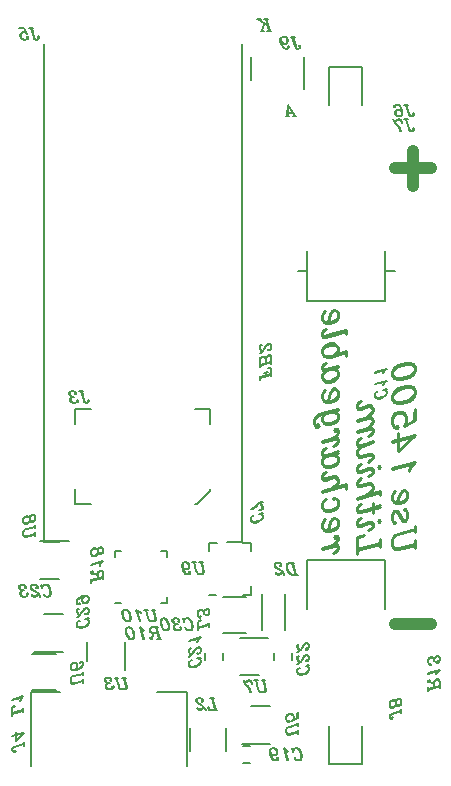
<source format=gbo>
%FSLAX46Y46*%
%MOMM*%
%ADD10C,0.150000*%
%ADD11C,0.250000*%
%ADD12C,1.000000*%
G01*
G01*
%LPD*%
D10*
X5500000Y738095D02*
X6023809Y880952D01*
D10*
X5309524Y690476D02*
X5500000Y738095D01*
D10*
X5166666Y690476D02*
X5309524Y690476D01*
D10*
X5071428Y738095D02*
X5166666Y690476D01*
D10*
X5023809Y880952D02*
X5071428Y738095D01*
D10*
X5023809Y1071428D02*
X5023809Y880952D01*
D10*
X5071428Y1214285D02*
X5023809Y1071428D01*
D10*
X5166666Y1309523D02*
X5071428Y1214285D01*
D10*
X5309524Y1357142D02*
X5166666Y1309523D01*
D10*
X6023809Y1547619D02*
X5309524Y1357142D01*
D10*
X5500000Y785714D02*
X6023809Y928571D01*
D10*
X5309524Y738095D02*
X5500000Y785714D01*
D10*
X5166666Y738095D02*
X5309524Y738095D01*
D10*
X5071428Y785714D02*
X5166666Y738095D01*
D10*
X5023809Y880952D02*
X5071428Y785714D01*
D10*
X6023809Y1071428D02*
X6023809Y738095D01*
D10*
X6023809Y1690476D02*
X6023809Y1404761D01*
D10*
X5547619Y1880952D02*
X6023809Y2119047D01*
D10*
X6023809Y2595238D02*
X6023809Y2119047D01*
D10*
X5976190Y2357143D02*
X5976190Y2119047D01*
D10*
X6023809Y2595238D02*
X5976190Y2357143D01*
D10*
X5595238Y1928571D02*
X5547619Y1880952D01*
D10*
X5642857Y2071428D02*
X5595238Y1928571D01*
D10*
X5642857Y2214285D02*
X5642857Y2071428D01*
D10*
X5595238Y2357143D02*
X5642857Y2214285D01*
D10*
X5547619Y2404762D02*
X5595238Y2357143D01*
D10*
X5452381Y2452381D02*
X5547619Y2404762D01*
D10*
X5309524Y2452381D02*
X5452381Y2452381D01*
D10*
X5166666Y2404762D02*
X5309524Y2452381D01*
D10*
X5071428Y2309523D02*
X5166666Y2404762D01*
D10*
X5023809Y2166666D02*
X5071428Y2309523D01*
D10*
X5023809Y2023809D02*
X5023809Y2166666D01*
D10*
X5071428Y1880952D02*
X5023809Y2023809D01*
D10*
X5119047Y1833333D02*
X5071428Y1880952D01*
D10*
X5214285Y1785714D02*
X5119047Y1833333D01*
D10*
X5261905Y1785714D02*
X5214285Y1785714D01*
D10*
X5309524Y1833333D02*
X5261905Y1785714D01*
D10*
X5261905Y1880952D02*
X5309524Y1833333D01*
D10*
X5214285Y1833333D02*
X5261905Y1880952D01*
D10*
X5595238Y2309523D02*
X5642857Y2214285D01*
D10*
X5547619Y2357143D02*
X5595238Y2309523D01*
D10*
X5452381Y2404762D02*
X5547619Y2357143D01*
D10*
X5309524Y2404762D02*
X5452381Y2404762D01*
D10*
X5166666Y2357143D02*
X5309524Y2404762D01*
D10*
X5071428Y2261904D02*
X5166666Y2357143D01*
D10*
X5023809Y2166666D02*
X5071428Y2261904D01*
D10*
X-2321428Y7154762D02*
X-2321428Y7107143D01*
D10*
X-2226190Y7202381D02*
X-2321428Y7154762D01*
D10*
X-2511904Y7154762D02*
X-2226190Y7202381D01*
D10*
X-2416666Y7154762D02*
X-2511904Y7154762D01*
D10*
X-2321428Y7107143D02*
X-2416666Y7154762D01*
D10*
X-2273809Y7059524D02*
X-2321428Y7107143D01*
D10*
X-2226190Y6964285D02*
X-2273809Y7059524D01*
D10*
X-2226190Y6821428D02*
X-2226190Y6964285D01*
D10*
X-2273809Y6678571D02*
X-2226190Y6821428D01*
D10*
X-2369047Y6583333D02*
X-2273809Y6678571D01*
D10*
X-2511904Y6488095D02*
X-2369047Y6583333D01*
D10*
X-2654762Y6440476D02*
X-2511904Y6488095D01*
D10*
X-2845238Y6392857D02*
X-2654762Y6440476D01*
D10*
X-2988095Y6392857D02*
X-2845238Y6392857D01*
D10*
X-3130952Y6440476D02*
X-2988095Y6392857D01*
D10*
X-3178571Y6488095D02*
X-3130952Y6440476D01*
D10*
X-3226190Y6630952D02*
X-3178571Y6488095D01*
D10*
X-3226190Y6773809D02*
X-3226190Y6630952D01*
D10*
X-3178571Y6869047D02*
X-3226190Y6773809D01*
D10*
X-3083333Y6964285D02*
X-3178571Y6869047D01*
D10*
X-2988095Y7011905D02*
X-3083333Y6964285D01*
D10*
X-2273809Y6726190D02*
X-2226190Y6821428D01*
D10*
X-2369047Y6630952D02*
X-2273809Y6726190D01*
D10*
X-2511904Y6535714D02*
X-2369047Y6630952D01*
D10*
X-2654762Y6488095D02*
X-2511904Y6535714D01*
D10*
X-2845238Y6440476D02*
X-2654762Y6488095D01*
D10*
X-2988095Y6440476D02*
X-2845238Y6440476D01*
D10*
X-3130952Y6488095D02*
X-2988095Y6440476D01*
D10*
X-3178571Y6535714D02*
X-3130952Y6488095D01*
D10*
X-3226190Y6630952D02*
X-3178571Y6535714D01*
D10*
X-2464285Y7630952D02*
X-2416666Y7583333D01*
D10*
X-2511904Y7583333D02*
X-2464285Y7630952D01*
D10*
X-2464285Y7535714D02*
X-2511904Y7583333D01*
D10*
X-2416666Y7535714D02*
X-2464285Y7535714D01*
D10*
X-2321428Y7583333D02*
X-2416666Y7535714D01*
D10*
X-2273809Y7630952D02*
X-2321428Y7583333D01*
D10*
X-2226190Y7773809D02*
X-2273809Y7630952D01*
D10*
X-2226190Y7916666D02*
X-2226190Y7773809D01*
D10*
X-2273809Y8059524D02*
X-2226190Y7916666D01*
D10*
X-2369047Y8107143D02*
X-2273809Y8059524D01*
D10*
X-2464285Y8107143D02*
X-2369047Y8107143D01*
D10*
X-2559523Y8059524D02*
X-2464285Y8107143D01*
D10*
X-2654762Y7964286D02*
X-2559523Y8059524D01*
D10*
X-2750000Y7821428D02*
X-2654762Y7964286D01*
D10*
X-2845238Y7630952D02*
X-2750000Y7821428D01*
D10*
X-2940476Y7488095D02*
X-2845238Y7630952D01*
D10*
X-3035714Y7392857D02*
X-2940476Y7488095D01*
D10*
X-3226190Y7297619D02*
X-3035714Y7392857D01*
D10*
X-2273809Y8011905D02*
X-2226190Y7916666D01*
D10*
X-2369047Y8059524D02*
X-2273809Y8011905D01*
D10*
X-2464285Y8059524D02*
X-2369047Y8059524D01*
D10*
X-2559523Y8011905D02*
X-2464285Y8059524D01*
D10*
X-2654762Y7916666D02*
X-2559523Y8011905D01*
D10*
X-2845238Y7630952D02*
X-2654762Y7916666D01*
D10*
X-3083333Y7392857D02*
X-3130952Y7345238D01*
D10*
X-3083333Y7488095D02*
X-3083333Y7392857D01*
D10*
X-3178571Y7726190D02*
X-3083333Y7488095D01*
D10*
X-3178571Y7869047D02*
X-3178571Y7726190D01*
D10*
X-3130952Y7964286D02*
X-3178571Y7869047D01*
D10*
X-3035714Y8011905D02*
X-3130952Y7964286D01*
D10*
X-3226190Y7726190D02*
X-3083333Y7488095D01*
D10*
X-3226190Y7869047D02*
X-3226190Y7726190D01*
D10*
X-3178571Y7964286D02*
X-3226190Y7869047D01*
D10*
X-3035714Y8011905D02*
X-3178571Y7964286D01*
D10*
X-3226190Y8583333D02*
X-2416666Y8821428D01*
D10*
X-3226190Y8630952D02*
X-2226190Y8916666D01*
D10*
X-2369047Y8773810D02*
X-2226190Y8916666D01*
D10*
X-2464285Y8630952D02*
X-2369047Y8773810D01*
D10*
X-2511904Y8535714D02*
X-2464285Y8630952D01*
D10*
X-2464285Y8678572D02*
X-2369047Y8869048D01*
D10*
X-2511904Y8535714D02*
X-2464285Y8678572D01*
D10*
X-12750000Y5047619D02*
X-12226190Y5190476D01*
D10*
X-12940476Y5000000D02*
X-12750000Y5047619D01*
D10*
X-13083333Y5000000D02*
X-12940476Y5000000D01*
D10*
X-13178571Y5047619D02*
X-13083333Y5000000D01*
D10*
X-13226190Y5190476D02*
X-13178571Y5047619D01*
D10*
X-13226190Y5380952D02*
X-13226190Y5190476D01*
D10*
X-13178571Y5523809D02*
X-13226190Y5380952D01*
D10*
X-13083333Y5619047D02*
X-13178571Y5523809D01*
D10*
X-12940476Y5666667D02*
X-13083333Y5619047D01*
D10*
X-12226190Y5857143D02*
X-12940476Y5666667D01*
D10*
X-12750000Y5095238D02*
X-12226190Y5238095D01*
D10*
X-12940476Y5047619D02*
X-12750000Y5095238D01*
D10*
X-13083333Y5047619D02*
X-12940476Y5047619D01*
D10*
X-13178571Y5095238D02*
X-13083333Y5047619D01*
D10*
X-13226190Y5190476D02*
X-13178571Y5095238D01*
D10*
X-12226190Y5380952D02*
X-12226190Y5047619D01*
D10*
X-12226190Y6000000D02*
X-12226190Y5714286D01*
D10*
X-12416667Y6761905D02*
X-12369048Y6809524D01*
D10*
X-12464286Y6809524D02*
X-12416667Y6761905D01*
D10*
X-12416667Y6857143D02*
X-12464286Y6809524D01*
D10*
X-12369048Y6857143D02*
X-12416667Y6857143D01*
D10*
X-12273810Y6809524D02*
X-12369048Y6857143D01*
D10*
X-12226190Y6714285D02*
X-12273810Y6809524D01*
D10*
X-12226190Y6571428D02*
X-12226190Y6714285D01*
D10*
X-12273810Y6428571D02*
X-12226190Y6571428D01*
D10*
X-12369048Y6333333D02*
X-12273810Y6428571D01*
D10*
X-12511905Y6238095D02*
X-12369048Y6333333D01*
D10*
X-12654762Y6190476D02*
X-12511905Y6238095D01*
D10*
X-12845238Y6142857D02*
X-12654762Y6190476D01*
D10*
X-13035714Y6142857D02*
X-12845238Y6142857D01*
D10*
X-13130952Y6190476D02*
X-13035714Y6142857D01*
D10*
X-13178571Y6238095D02*
X-13130952Y6190476D01*
D10*
X-13226190Y6333333D02*
X-13178571Y6238095D01*
D10*
X-13226190Y6476190D02*
X-13226190Y6333333D01*
D10*
X-13178571Y6619047D02*
X-13226190Y6476190D01*
D10*
X-13083333Y6714285D02*
X-13178571Y6619047D01*
D10*
X-12988095Y6761905D02*
X-13083333Y6714285D01*
D10*
X-12845238Y6761905D02*
X-12988095Y6761905D01*
D10*
X-12750000Y6714285D02*
X-12845238Y6761905D01*
D10*
X-12702381Y6666666D02*
X-12750000Y6714285D01*
D10*
X-12654762Y6571428D02*
X-12702381Y6666666D01*
D10*
X-12654762Y6428571D02*
X-12654762Y6571428D01*
D10*
X-12702381Y6333333D02*
X-12654762Y6428571D01*
D10*
X-12797619Y6238095D02*
X-12702381Y6333333D01*
D10*
X-12892857Y6190476D02*
X-12797619Y6238095D01*
D10*
X-12273810Y6476190D02*
X-12226190Y6571428D01*
D10*
X-12369048Y6380952D02*
X-12273810Y6476190D01*
D10*
X-12511905Y6285714D02*
X-12369048Y6380952D01*
D10*
X-12654762Y6238095D02*
X-12511905Y6285714D01*
D10*
X-12845238Y6190476D02*
X-12654762Y6238095D01*
D10*
X-13083333Y6190476D02*
X-12845238Y6190476D01*
D10*
X-13178571Y6238095D02*
X-13083333Y6190476D01*
D10*
X-13178571Y6571428D02*
X-13226190Y6476190D01*
D10*
X-13083333Y6666666D02*
X-13178571Y6571428D01*
D10*
X-12988095Y6714285D02*
X-13083333Y6666666D01*
D10*
X-12797619Y6714285D02*
X-12988095Y6714285D01*
D10*
X-12702381Y6666666D02*
X-12797619Y6714285D01*
D10*
X15380952Y51964284D02*
X15142857Y52773808D01*
D10*
X15428571Y51869048D02*
X15380952Y51964284D01*
D10*
X15476190Y51821428D02*
X15428571Y51869048D01*
D10*
X15571428Y51773808D02*
X15476190Y51821428D01*
D10*
X15666667Y51773808D02*
X15571428Y51773808D01*
D10*
X15761905Y51821428D02*
X15666667Y51773808D01*
D10*
X15809524Y51916668D02*
X15761905Y51821428D01*
D10*
X15809524Y52011904D02*
X15809524Y51916668D01*
D10*
X15761905Y52059524D02*
X15809524Y52011904D01*
D10*
X15714286Y52011904D02*
X15761905Y52059524D01*
D10*
X15761905Y51964284D02*
X15714286Y52011904D01*
D10*
X15428571Y51964284D02*
X15190476Y52773808D01*
D10*
X15476190Y51869048D02*
X15428571Y51964284D01*
D10*
X15571428Y51773808D02*
X15476190Y51869048D01*
D10*
X15000000Y52773808D02*
X15333333Y52773808D01*
D10*
X14809524Y52488096D02*
X14714286Y52773808D01*
D10*
X14142857Y52630952D02*
X14095238Y52773808D01*
D10*
X14238095Y52488096D02*
X14142857Y52630952D01*
D10*
X14476190Y52202380D02*
X14238095Y52488096D01*
D10*
X14571429Y52059524D02*
X14476190Y52202380D01*
D10*
X14619048Y51964284D02*
X14571429Y52059524D01*
D10*
X14666667Y51773808D02*
X14619048Y51964284D01*
D10*
X14523810Y52202380D02*
X14238095Y52488096D01*
D10*
X14619048Y52059524D02*
X14523810Y52202380D01*
D10*
X14666667Y51964284D02*
X14619048Y52059524D01*
D10*
X14714286Y51773808D02*
X14666667Y51964284D01*
D10*
X14619048Y52773808D02*
X14761905Y52630952D01*
D10*
X14523810Y52773808D02*
X14619048Y52773808D01*
D10*
X14285714Y52630952D02*
X14523810Y52773808D01*
D10*
X14619048Y52726192D02*
X14714286Y52678572D01*
D10*
X14523810Y52726192D02*
X14619048Y52726192D01*
D10*
X14285714Y52630952D02*
X14523810Y52726192D01*
D10*
X14190476Y52630952D02*
X14285714Y52630952D01*
D10*
X14142857Y52678572D02*
X14190476Y52630952D01*
D10*
X14095238Y52773808D02*
X14142857Y52678572D01*
D10*
X-6047619Y10750000D02*
X-6190476Y11273810D01*
D10*
X-6000000Y10559524D02*
X-6047619Y10750000D01*
D10*
X-6000000Y10416667D02*
X-6000000Y10559524D01*
D10*
X-6047619Y10321429D02*
X-6000000Y10416667D01*
D10*
X-6190476Y10273810D02*
X-6047619Y10321429D01*
D10*
X-6380952Y10273810D02*
X-6190476Y10273810D01*
D10*
X-6523809Y10321429D02*
X-6380952Y10273810D01*
D10*
X-6619048Y10416667D02*
X-6523809Y10321429D01*
D10*
X-6666667Y10559524D02*
X-6619048Y10416667D01*
D10*
X-6857143Y11273810D02*
X-6666667Y10559524D01*
D10*
X-6095238Y10750000D02*
X-6238095Y11273810D01*
D10*
X-6047619Y10559524D02*
X-6095238Y10750000D01*
D10*
X-6047619Y10416667D02*
X-6047619Y10559524D01*
D10*
X-6095238Y10321429D02*
X-6047619Y10416667D01*
D10*
X-6190476Y10273810D02*
X-6095238Y10321429D01*
D10*
X-6380952Y11273810D02*
X-6047619Y11273810D01*
D10*
X-7000000Y11273810D02*
X-6714286Y11273810D01*
D10*
X-7333333Y10273810D02*
X-7571428Y11083333D01*
D10*
X-7380952Y10273810D02*
X-7666667Y11273810D01*
D10*
X-7523809Y11130952D02*
X-7666667Y11273810D01*
D10*
X-7380952Y11035714D02*
X-7523809Y11130952D01*
D10*
X-7285714Y10988095D02*
X-7380952Y11035714D01*
D10*
X-7428571Y11035714D02*
X-7619047Y11130952D01*
D10*
X-7285714Y10988095D02*
X-7428571Y11035714D01*
D10*
X-8428571Y11226190D02*
X-8571429Y11273810D01*
D10*
X-8333333Y11130952D02*
X-8428571Y11226190D01*
D10*
X-8238095Y10988095D02*
X-8333333Y11130952D01*
D10*
X-8190476Y10845238D02*
X-8238095Y10988095D01*
D10*
X-8142857Y10654762D02*
X-8190476Y10845238D01*
D10*
X-8142857Y10511905D02*
X-8142857Y10654762D01*
D10*
X-8190476Y10369048D02*
X-8142857Y10511905D01*
D10*
X-8238095Y10321429D02*
X-8190476Y10369048D01*
D10*
X-8333333Y10273810D02*
X-8238095Y10321429D01*
D10*
X-8428571Y10273810D02*
X-8333333Y10273810D01*
D10*
X-8571429Y10321429D02*
X-8428571Y10273810D01*
D10*
X-8666667Y10416667D02*
X-8571429Y10321429D01*
D10*
X-8761905Y10559524D02*
X-8666667Y10416667D01*
D10*
X-8809524Y10702381D02*
X-8761905Y10559524D01*
D10*
X-8857143Y10892857D02*
X-8809524Y10702381D01*
D10*
X-8857143Y11035714D02*
X-8857143Y10892857D01*
D10*
X-8809524Y11178571D02*
X-8857143Y11035714D01*
D10*
X-8761905Y11226190D02*
X-8809524Y11178571D01*
D10*
X-8666667Y11273810D02*
X-8761905Y11226190D01*
D10*
X-8571429Y11273810D02*
X-8666667Y11273810D01*
D10*
X-8476190Y11226190D02*
X-8571429Y11273810D01*
D10*
X-8380952Y11130952D02*
X-8476190Y11226190D01*
D10*
X-8285714Y10988095D02*
X-8380952Y11130952D01*
D10*
X-8238095Y10845238D02*
X-8285714Y10988095D01*
D10*
X-8190476Y10654762D02*
X-8238095Y10845238D01*
D10*
X-8190476Y10511905D02*
X-8190476Y10654762D01*
D10*
X-8238095Y10369048D02*
X-8190476Y10511905D01*
D10*
X-8333333Y10273810D02*
X-8238095Y10369048D01*
D10*
X-8523810Y10321429D02*
X-8428571Y10273810D01*
D10*
X-8619048Y10416667D02*
X-8523810Y10321429D01*
D10*
X-8714286Y10559524D02*
X-8619048Y10416667D01*
D10*
X-8761905Y10702381D02*
X-8714286Y10559524D01*
D10*
X-8809524Y10892857D02*
X-8761905Y10702381D01*
D10*
X-8809524Y11035714D02*
X-8809524Y10892857D01*
D10*
X-8761905Y11178571D02*
X-8809524Y11035714D01*
D10*
X-8666667Y11273810D02*
X-8761905Y11178571D01*
D11*
X14900000Y16476190D02*
X15947619Y16761905D01*
D11*
X14519048Y16380952D02*
X14900000Y16476190D01*
D11*
X14233333Y16380952D02*
X14519048Y16380952D01*
D11*
X14042857Y16476190D02*
X14233333Y16380952D01*
D11*
X13947619Y16761905D02*
X14042857Y16476190D01*
D11*
X13947619Y17142858D02*
X13947619Y16761905D01*
D11*
X14042857Y17428572D02*
X13947619Y17142858D01*
D11*
X14233333Y17619048D02*
X14042857Y17428572D01*
D11*
X14519048Y17714286D02*
X14233333Y17619048D01*
D11*
X15947619Y18095238D02*
X14519048Y17714286D01*
D11*
X14900000Y16571429D02*
X15947619Y16857142D01*
D11*
X14519048Y16476190D02*
X14900000Y16571429D01*
D11*
X14233333Y16476190D02*
X14519048Y16476190D01*
D11*
X14042857Y16571429D02*
X14233333Y16476190D01*
D11*
X13947619Y16761905D02*
X14042857Y16571429D01*
D11*
X15947619Y17142858D02*
X15947619Y16476190D01*
D11*
X15947619Y18380952D02*
X15947619Y17809524D01*
D11*
X14995238Y19714286D02*
X15090476Y19714286D01*
D11*
X14995238Y19809524D02*
X14995238Y19714286D01*
D11*
X15090476Y19809524D02*
X14995238Y19809524D01*
D11*
X15185714Y19714286D02*
X15090476Y19809524D01*
D11*
X15280952Y19428572D02*
X15185714Y19714286D01*
D11*
X15280952Y19142856D02*
X15280952Y19428572D01*
D11*
X15185714Y18857142D02*
X15280952Y19142856D01*
D11*
X15090476Y18761904D02*
X15185714Y18857142D01*
D11*
X14900000Y18761904D02*
X15090476Y18761904D01*
D11*
X14804762Y18857142D02*
X14900000Y18761904D01*
D11*
X14423810Y19523810D02*
X14804762Y18857142D01*
D11*
X14328571Y19619048D02*
X14423810Y19523810D01*
D11*
X14900000Y18857142D02*
X14995238Y18761904D01*
D11*
X14519048Y19523810D02*
X14900000Y18857142D01*
D11*
X14423810Y19619048D02*
X14519048Y19523810D01*
D11*
X14138095Y19619048D02*
X14423810Y19619048D01*
D11*
X14042857Y19523810D02*
X14138095Y19619048D01*
D11*
X13947619Y19238096D02*
X14042857Y19523810D01*
D11*
X13947619Y18952380D02*
X13947619Y19238096D01*
D11*
X14042857Y18666666D02*
X13947619Y18952380D01*
D11*
X14138095Y18571428D02*
X14042857Y18666666D01*
D11*
X14233333Y18571428D02*
X14138095Y18571428D01*
D11*
X14233333Y18666666D02*
X14233333Y18571428D01*
D11*
X14138095Y18666666D02*
X14233333Y18666666D01*
D11*
X14519048Y20761904D02*
X14423810Y20380952D01*
D11*
X14614286Y21047620D02*
X14519048Y20761904D01*
D11*
X14804762Y21333332D02*
X14614286Y21047620D01*
D11*
X14995238Y21428572D02*
X14804762Y21333332D01*
D11*
X15185714Y21333332D02*
X14995238Y21428572D01*
D11*
X15280952Y21142856D02*
X15185714Y21333332D01*
D11*
X15280952Y20857144D02*
X15280952Y21142856D01*
D11*
X15185714Y20571428D02*
X15280952Y20857144D01*
D11*
X14900000Y20380952D02*
X15185714Y20571428D01*
D11*
X14614286Y20285714D02*
X14900000Y20380952D01*
D11*
X14328571Y20285714D02*
X14614286Y20285714D01*
D11*
X14138095Y20380952D02*
X14328571Y20285714D01*
D11*
X14042857Y20476190D02*
X14138095Y20380952D01*
D11*
X13947619Y20666666D02*
X14042857Y20476190D01*
D11*
X13947619Y20857144D02*
X13947619Y20666666D01*
D11*
X14042857Y21142856D02*
X13947619Y20857144D01*
D11*
X14233333Y21333332D02*
X14042857Y21142856D01*
D11*
X15185714Y20666666D02*
X15280952Y20857144D01*
D11*
X14900000Y20476190D02*
X15185714Y20666666D01*
D11*
X14614286Y20380952D02*
X14900000Y20476190D01*
D11*
X14233333Y20380952D02*
X14614286Y20380952D01*
D11*
X14042857Y20476190D02*
X14233333Y20380952D01*
D11*
X13947619Y23142856D02*
X15566667Y23619048D01*
D11*
X13947619Y23238096D02*
X15947619Y23809524D01*
D11*
X15661905Y23523810D02*
X15947619Y23809524D01*
D11*
X15471429Y23238096D02*
X15661905Y23523810D01*
D11*
X15376190Y23047620D02*
X15471429Y23238096D01*
D11*
X15471429Y23333332D02*
X15661905Y23714286D01*
D11*
X15376190Y23047620D02*
X15471429Y23333332D01*
D11*
X13947619Y25428572D02*
X15852381Y26000000D01*
D11*
X13947619Y25523808D02*
X15947619Y26095238D01*
D11*
X14519048Y24666668D02*
X15947619Y26095238D01*
D11*
X14519048Y26190476D02*
X14519048Y24666668D01*
D11*
X14995238Y26857144D02*
X15947619Y27333332D01*
D11*
X15947619Y28285714D02*
X15947619Y27333332D01*
D11*
X15852381Y27809524D02*
X15852381Y27333332D01*
D11*
X15947619Y28285714D02*
X15852381Y27809524D01*
D11*
X15090476Y26952380D02*
X14995238Y26857144D01*
D11*
X15185714Y27238096D02*
X15090476Y26952380D01*
D11*
X15185714Y27523808D02*
X15185714Y27238096D01*
D11*
X15090476Y27809524D02*
X15185714Y27523808D01*
D11*
X14995238Y27904762D02*
X15090476Y27809524D01*
D11*
X14804762Y28000000D02*
X14995238Y27904762D01*
D11*
X14519048Y28000000D02*
X14804762Y28000000D01*
D11*
X14233333Y27904762D02*
X14519048Y28000000D01*
D11*
X14042857Y27714286D02*
X14233333Y27904762D01*
D11*
X13947619Y27428572D02*
X14042857Y27714286D01*
D11*
X13947619Y27142856D02*
X13947619Y27428572D01*
D11*
X14042857Y26857144D02*
X13947619Y27142856D01*
D11*
X14138095Y26761904D02*
X14042857Y26857144D01*
D11*
X14328571Y26666666D02*
X14138095Y26761904D01*
D11*
X14423810Y26666666D02*
X14328571Y26666666D01*
D11*
X14519048Y26761904D02*
X14423810Y26666666D01*
D11*
X14423810Y26857144D02*
X14519048Y26761904D01*
D11*
X14328571Y26761904D02*
X14423810Y26857144D01*
D11*
X15090476Y27714286D02*
X15185714Y27523808D01*
D11*
X14995238Y27809524D02*
X15090476Y27714286D01*
D11*
X14804762Y27904762D02*
X14995238Y27809524D01*
D11*
X14519048Y27904762D02*
X14804762Y27904762D01*
D11*
X14233333Y27809524D02*
X14519048Y27904762D01*
D11*
X14042857Y27619048D02*
X14233333Y27809524D01*
D11*
X13947619Y27428572D02*
X14042857Y27619048D01*
D11*
X15852381Y29333332D02*
X15947619Y29619048D01*
D11*
X15661905Y29142856D02*
X15852381Y29333332D01*
D11*
X15376190Y28952380D02*
X15661905Y29142856D01*
D11*
X15090476Y28857144D02*
X15376190Y28952380D01*
D11*
X14709524Y28761904D02*
X15090476Y28857144D01*
D11*
X14423810Y28761904D02*
X14709524Y28761904D01*
D11*
X14138095Y28857144D02*
X14423810Y28761904D01*
D11*
X14042857Y28952380D02*
X14138095Y28857144D01*
D11*
X13947619Y29142856D02*
X14042857Y28952380D01*
D11*
X13947619Y29333332D02*
X13947619Y29142856D01*
D11*
X14042857Y29619048D02*
X13947619Y29333332D01*
D11*
X14233333Y29809524D02*
X14042857Y29619048D01*
D11*
X14519048Y30000000D02*
X14233333Y29809524D01*
D11*
X14804762Y30095238D02*
X14519048Y30000000D01*
D11*
X15185714Y30190476D02*
X14804762Y30095238D01*
D11*
X15471429Y30190476D02*
X15185714Y30190476D01*
D11*
X15757143Y30095238D02*
X15471429Y30190476D01*
D11*
X15852381Y30000000D02*
X15757143Y30095238D01*
D11*
X15947619Y29809524D02*
X15852381Y30000000D01*
D11*
X15947619Y29619048D02*
X15947619Y29809524D01*
D11*
X15852381Y29428572D02*
X15947619Y29619048D01*
D11*
X15661905Y29238096D02*
X15852381Y29428572D01*
D11*
X15376190Y29047620D02*
X15661905Y29238096D01*
D11*
X15090476Y28952380D02*
X15376190Y29047620D01*
D11*
X14709524Y28857144D02*
X15090476Y28952380D01*
D11*
X14423810Y28857144D02*
X14709524Y28857144D01*
D11*
X14138095Y28952380D02*
X14423810Y28857144D01*
D11*
X13947619Y29142856D02*
X14138095Y28952380D01*
D11*
X14042857Y29523808D02*
X13947619Y29333332D01*
D11*
X14233333Y29714286D02*
X14042857Y29523808D01*
D11*
X14519048Y29904762D02*
X14233333Y29714286D01*
D11*
X14804762Y30000000D02*
X14519048Y29904762D01*
D11*
X15185714Y30095238D02*
X14804762Y30000000D01*
D11*
X15471429Y30095238D02*
X15185714Y30095238D01*
D11*
X15757143Y30000000D02*
X15471429Y30095238D01*
D11*
X15947619Y29809524D02*
X15757143Y30000000D01*
D11*
X15852381Y31333332D02*
X15947619Y31619048D01*
D11*
X15661905Y31142856D02*
X15852381Y31333332D01*
D11*
X15376190Y30952380D02*
X15661905Y31142856D01*
D11*
X15090476Y30857144D02*
X15376190Y30952380D01*
D11*
X14709524Y30761904D02*
X15090476Y30857144D01*
D11*
X14423810Y30761904D02*
X14709524Y30761904D01*
D11*
X14138095Y30857144D02*
X14423810Y30761904D01*
D11*
X14042857Y30952380D02*
X14138095Y30857144D01*
D11*
X13947619Y31142856D02*
X14042857Y30952380D01*
D11*
X13947619Y31333332D02*
X13947619Y31142856D01*
D11*
X14042857Y31619048D02*
X13947619Y31333332D01*
D11*
X14233333Y31809524D02*
X14042857Y31619048D01*
D11*
X14519048Y32000000D02*
X14233333Y31809524D01*
D11*
X14804762Y32095238D02*
X14519048Y32000000D01*
D11*
X15185714Y32190476D02*
X14804762Y32095238D01*
D11*
X15471429Y32190476D02*
X15185714Y32190476D01*
D11*
X15757143Y32095238D02*
X15471429Y32190476D01*
D11*
X15852381Y32000000D02*
X15757143Y32095238D01*
D11*
X15947619Y31809524D02*
X15852381Y32000000D01*
D11*
X15947619Y31619048D02*
X15947619Y31809524D01*
D11*
X15852381Y31428572D02*
X15947619Y31619048D01*
D11*
X15661905Y31238096D02*
X15852381Y31428572D01*
D11*
X15376190Y31047620D02*
X15661905Y31238096D01*
D11*
X15090476Y30952380D02*
X15376190Y31047620D01*
D11*
X14709524Y30857144D02*
X15090476Y30952380D01*
D11*
X14423810Y30857144D02*
X14709524Y30857144D01*
D11*
X14138095Y30952380D02*
X14423810Y30857144D01*
D11*
X13947619Y31142856D02*
X14138095Y30952380D01*
D11*
X14042857Y31523808D02*
X13947619Y31333332D01*
D11*
X14233333Y31714284D02*
X14042857Y31523808D01*
D11*
X14519048Y31904762D02*
X14233333Y31714284D01*
D11*
X14804762Y32000000D02*
X14519048Y31904762D01*
D11*
X15185714Y32095238D02*
X14804762Y32000000D01*
D11*
X15471429Y32095238D02*
X15185714Y32095238D01*
D11*
X15757143Y32000000D02*
X15471429Y32095238D01*
D11*
X15947619Y31809524D02*
X15757143Y32000000D01*
D11*
X10997619Y16285714D02*
X12997619Y16857142D01*
D11*
X10997619Y16380952D02*
X12997619Y16952380D01*
D11*
X12997619Y17238096D02*
X12997619Y16571429D01*
D11*
X10997619Y17428572D02*
X10997619Y16000000D01*
D11*
X11569048Y17619048D02*
X10997619Y17428572D01*
D11*
X10997619Y17333334D02*
X11569048Y17619048D01*
D11*
X12902381Y18666666D02*
X12997619Y18761904D01*
D11*
X12807143Y18761904D02*
X12902381Y18666666D01*
D11*
X12902381Y18857142D02*
X12807143Y18761904D01*
D11*
X12997619Y18761904D02*
X12902381Y18857142D01*
D11*
X12140476Y18095238D02*
X11950000Y18000000D01*
D11*
X12330952Y18285714D02*
X12140476Y18095238D01*
D11*
X12330952Y18571428D02*
X12330952Y18285714D01*
D11*
X12235714Y18666666D02*
X12330952Y18571428D01*
D11*
X11950000Y18666666D02*
X12235714Y18666666D01*
D11*
X11378571Y18476190D02*
X11950000Y18666666D01*
D11*
X11092857Y18476190D02*
X11378571Y18476190D01*
D11*
X10997619Y18571428D02*
X11092857Y18476190D01*
D11*
X12235714Y18571428D02*
X12330952Y18476190D01*
D11*
X11950000Y18571428D02*
X12235714Y18571428D01*
D11*
X11378571Y18380952D02*
X11950000Y18571428D01*
D11*
X11092857Y18380952D02*
X11378571Y18380952D01*
D11*
X10997619Y18476190D02*
X11092857Y18380952D01*
D11*
X10997619Y18761904D02*
X10997619Y18476190D01*
D11*
X11188095Y18952380D02*
X10997619Y18761904D01*
D11*
X11378571Y19047620D02*
X11188095Y18952380D01*
D11*
X11664286Y19619048D02*
X12997619Y20000000D01*
D11*
X11283333Y19523810D02*
X11664286Y19619048D01*
D11*
X11092857Y19523810D02*
X11283333Y19523810D01*
D11*
X10997619Y19619048D02*
X11092857Y19523810D01*
D11*
X10997619Y19904762D02*
X10997619Y19619048D01*
D11*
X11188095Y20095238D02*
X10997619Y19904762D01*
D11*
X11378571Y20190476D02*
X11188095Y20095238D01*
D11*
X11664286Y19714286D02*
X12997619Y20095238D01*
D11*
X11283333Y19619048D02*
X11664286Y19714286D01*
D11*
X11092857Y19619048D02*
X11283333Y19619048D01*
D11*
X10997619Y19714286D02*
X11092857Y19619048D01*
D11*
X12330952Y20285714D02*
X12330952Y19428572D01*
D11*
X10997619Y20666666D02*
X12997619Y21238096D01*
D11*
X10997619Y20761904D02*
X12997619Y21333332D01*
D11*
X12045238Y21142856D02*
X11664286Y20952380D01*
D11*
X12235714Y21333332D02*
X12045238Y21142856D01*
D11*
X12330952Y21523810D02*
X12235714Y21333332D01*
D11*
X12330952Y21714286D02*
X12330952Y21523810D01*
D11*
X12235714Y21904762D02*
X12330952Y21714286D01*
D11*
X12140476Y22000000D02*
X12235714Y21904762D01*
D11*
X11950000Y22000000D02*
X12140476Y22000000D01*
D11*
X11378571Y21809524D02*
X11950000Y22000000D01*
D11*
X11092857Y21809524D02*
X11378571Y21809524D01*
D11*
X10997619Y21904762D02*
X11092857Y21809524D01*
D11*
X12140476Y21904762D02*
X12330952Y21714286D01*
D11*
X11950000Y21904762D02*
X12140476Y21904762D01*
D11*
X11378571Y21714286D02*
X11950000Y21904762D01*
D11*
X11092857Y21714286D02*
X11378571Y21714286D01*
D11*
X10997619Y21809524D02*
X11092857Y21714286D01*
D11*
X10997619Y22095238D02*
X10997619Y21809524D01*
D11*
X11188095Y22285714D02*
X10997619Y22095238D01*
D11*
X11378571Y22380952D02*
X11188095Y22285714D01*
D11*
X12997619Y21333332D02*
X12997619Y20952380D01*
D11*
X12902381Y23238096D02*
X12997619Y23333332D01*
D11*
X12807143Y23333332D02*
X12902381Y23238096D01*
D11*
X12902381Y23428572D02*
X12807143Y23333332D01*
D11*
X12997619Y23333332D02*
X12902381Y23428572D01*
D11*
X12140476Y22666666D02*
X11950000Y22571428D01*
D11*
X12330952Y22857144D02*
X12140476Y22666666D01*
D11*
X12330952Y23142856D02*
X12330952Y22857144D01*
D11*
X12235714Y23238096D02*
X12330952Y23142856D01*
D11*
X11950000Y23238096D02*
X12235714Y23238096D01*
D11*
X11378571Y23047620D02*
X11950000Y23238096D01*
D11*
X11092857Y23047620D02*
X11378571Y23047620D01*
D11*
X10997619Y23142856D02*
X11092857Y23047620D01*
D11*
X12235714Y23142856D02*
X12330952Y23047620D01*
D11*
X11950000Y23142856D02*
X12235714Y23142856D01*
D11*
X11378571Y22952380D02*
X11950000Y23142856D01*
D11*
X11092857Y22952380D02*
X11378571Y22952380D01*
D11*
X10997619Y23047620D02*
X11092857Y22952380D01*
D11*
X10997619Y23333332D02*
X10997619Y23047620D01*
D11*
X11188095Y23523810D02*
X10997619Y23333332D01*
D11*
X11378571Y23619048D02*
X11188095Y23523810D01*
D11*
X12140476Y23904762D02*
X11950000Y23809524D01*
D11*
X12330952Y24095238D02*
X12140476Y23904762D01*
D11*
X12330952Y24380952D02*
X12330952Y24095238D01*
D11*
X12235714Y24476190D02*
X12330952Y24380952D01*
D11*
X11950000Y24476190D02*
X12235714Y24476190D01*
D11*
X11378571Y24285714D02*
X11950000Y24476190D01*
D11*
X11188095Y24285714D02*
X11378571Y24285714D01*
D11*
X10997619Y24476190D02*
X11188095Y24285714D01*
D11*
X12235714Y24380952D02*
X12330952Y24285714D01*
D11*
X11950000Y24380952D02*
X12235714Y24380952D01*
D11*
X11378571Y24190476D02*
X11950000Y24380952D01*
D11*
X11188095Y24190476D02*
X11378571Y24190476D01*
D11*
X11092857Y24285714D02*
X11188095Y24190476D01*
D11*
X10997619Y24476190D02*
X11092857Y24285714D01*
D11*
X10997619Y24666668D02*
X10997619Y24476190D01*
D11*
X11092857Y24857144D02*
X10997619Y24666668D01*
D11*
X11283333Y25047620D02*
X11092857Y24857144D01*
D11*
X11664286Y25238096D02*
X11283333Y25047620D01*
D11*
X11664286Y25238096D02*
X12330952Y25428572D01*
D11*
X11283333Y25142856D02*
X11664286Y25238096D01*
D11*
X11092857Y25142856D02*
X11283333Y25142856D01*
D11*
X10997619Y25238096D02*
X11092857Y25142856D01*
D11*
X10997619Y25523808D02*
X10997619Y25238096D01*
D11*
X11188095Y25714286D02*
X10997619Y25523808D01*
D11*
X11378571Y25809524D02*
X11188095Y25714286D01*
D11*
X11664286Y25333332D02*
X12330952Y25523808D01*
D11*
X11283333Y25238096D02*
X11664286Y25333332D01*
D11*
X11092857Y25238096D02*
X11283333Y25238096D01*
D11*
X10997619Y25333332D02*
X11092857Y25238096D01*
D11*
X12140476Y26095238D02*
X11950000Y26000000D01*
D11*
X12330952Y26285714D02*
X12140476Y26095238D01*
D11*
X12330952Y26571428D02*
X12330952Y26285714D01*
D11*
X12235714Y26666666D02*
X12330952Y26571428D01*
D11*
X12045238Y26666666D02*
X12235714Y26666666D01*
D11*
X11664286Y26571428D02*
X12045238Y26666666D01*
D11*
X10997619Y26380952D02*
X11664286Y26571428D01*
D11*
X12235714Y26571428D02*
X12330952Y26476190D01*
D11*
X12045238Y26571428D02*
X12235714Y26571428D01*
D11*
X11664286Y26476190D02*
X12045238Y26571428D01*
D11*
X10997619Y26285714D02*
X11664286Y26476190D01*
D11*
X12045238Y26761904D02*
X11664286Y26571428D01*
D11*
X12235714Y26952380D02*
X12045238Y26761904D01*
D11*
X12330952Y27142856D02*
X12235714Y26952380D01*
D11*
X12330952Y27333332D02*
X12330952Y27142856D01*
D11*
X12235714Y27523808D02*
X12330952Y27333332D01*
D11*
X12140476Y27619048D02*
X12235714Y27523808D01*
D11*
X11950000Y27619048D02*
X12140476Y27619048D01*
D11*
X10997619Y27333332D02*
X11950000Y27619048D01*
D11*
X12140476Y27523808D02*
X12330952Y27333332D01*
D11*
X11950000Y27523808D02*
X12140476Y27523808D01*
D11*
X10997619Y27238096D02*
X11950000Y27523808D01*
D11*
X12045238Y27714286D02*
X11664286Y27523808D01*
D11*
X12235714Y27904762D02*
X12045238Y27714286D01*
D11*
X12330952Y28095238D02*
X12235714Y27904762D01*
D11*
X12330952Y28285714D02*
X12330952Y28095238D01*
D11*
X12235714Y28476190D02*
X12330952Y28285714D01*
D11*
X12140476Y28571428D02*
X12235714Y28476190D01*
D11*
X11950000Y28571428D02*
X12140476Y28571428D01*
D11*
X11378571Y28380952D02*
X11950000Y28571428D01*
D11*
X11092857Y28380952D02*
X11378571Y28380952D01*
D11*
X10997619Y28476190D02*
X11092857Y28380952D01*
D11*
X12140476Y28476190D02*
X12330952Y28285714D01*
D11*
X11950000Y28476190D02*
X12140476Y28476190D01*
D11*
X11378571Y28285714D02*
X11950000Y28476190D01*
D11*
X11092857Y28285714D02*
X11378571Y28285714D01*
D11*
X10997619Y28380952D02*
X11092857Y28285714D01*
D11*
X10997619Y28666666D02*
X10997619Y28380952D01*
D11*
X11188095Y28857144D02*
X10997619Y28666666D01*
D11*
X11378571Y28952380D02*
X11188095Y28857144D01*
D11*
X9190476Y16190476D02*
X9000000Y16095238D01*
D11*
X9380952Y16380952D02*
X9190476Y16190476D01*
D11*
X9380952Y16666667D02*
X9380952Y16380952D01*
D11*
X9285714Y16761905D02*
X9380952Y16666667D01*
D11*
X9095238Y16761905D02*
X9285714Y16761905D01*
D11*
X8714286Y16666667D02*
X9095238Y16761905D01*
D11*
X8047619Y16476190D02*
X8714286Y16666667D01*
D11*
X9285714Y16666667D02*
X9380952Y16571429D01*
D11*
X9095238Y16666667D02*
X9285714Y16666667D01*
D11*
X8714286Y16571429D02*
X9095238Y16666667D01*
D11*
X8047619Y16380952D02*
X8714286Y16571429D01*
D11*
X9095238Y16857142D02*
X8714286Y16666667D01*
D11*
X9285714Y17047620D02*
X9095238Y16857142D01*
D11*
X9380952Y17238096D02*
X9285714Y17047620D01*
D11*
X9380952Y17428572D02*
X9380952Y17238096D01*
D11*
X9285714Y17523810D02*
X9380952Y17428572D01*
D11*
X9190476Y17523810D02*
X9285714Y17523810D01*
D11*
X9095238Y17428572D02*
X9190476Y17523810D01*
D11*
X9190476Y17333334D02*
X9095238Y17428572D01*
D11*
X9285714Y17428572D02*
X9190476Y17333334D01*
D11*
X8619048Y18380952D02*
X8523810Y18000000D01*
D11*
X8714286Y18666666D02*
X8619048Y18380952D01*
D11*
X8904762Y18952380D02*
X8714286Y18666666D01*
D11*
X9095238Y19047620D02*
X8904762Y18952380D01*
D11*
X9285714Y18952380D02*
X9095238Y19047620D01*
D11*
X9380952Y18761904D02*
X9285714Y18952380D01*
D11*
X9380952Y18476190D02*
X9380952Y18761904D01*
D11*
X9285714Y18190476D02*
X9380952Y18476190D01*
D11*
X9000000Y18000000D02*
X9285714Y18190476D01*
D11*
X8714286Y17904762D02*
X9000000Y18000000D01*
D11*
X8428571Y17904762D02*
X8714286Y17904762D01*
D11*
X8238095Y18000000D02*
X8428571Y17904762D01*
D11*
X8142857Y18095238D02*
X8238095Y18000000D01*
D11*
X8047619Y18285714D02*
X8142857Y18095238D01*
D11*
X8047619Y18476190D02*
X8047619Y18285714D01*
D11*
X8142857Y18761904D02*
X8047619Y18476190D01*
D11*
X8333333Y18952380D02*
X8142857Y18761904D01*
D11*
X9285714Y18285714D02*
X9380952Y18476190D01*
D11*
X9000000Y18095238D02*
X9285714Y18285714D01*
D11*
X8714286Y18000000D02*
X9000000Y18095238D01*
D11*
X8333333Y18000000D02*
X8714286Y18000000D01*
D11*
X8142857Y18095238D02*
X8333333Y18000000D01*
D11*
X9000000Y20666666D02*
X9095238Y20666666D01*
D11*
X9000000Y20761904D02*
X9000000Y20666666D01*
D11*
X9095238Y20761904D02*
X9000000Y20761904D01*
D11*
X9285714Y20666666D02*
X9095238Y20761904D01*
D11*
X9380952Y20476190D02*
X9285714Y20666666D01*
D11*
X9380952Y20190476D02*
X9380952Y20476190D01*
D11*
X9285714Y19904762D02*
X9380952Y20190476D01*
D11*
X9000000Y19714286D02*
X9285714Y19904762D01*
D11*
X8714286Y19619048D02*
X9000000Y19714286D01*
D11*
X8428571Y19619048D02*
X8714286Y19619048D01*
D11*
X8238095Y19714286D02*
X8428571Y19619048D01*
D11*
X8142857Y19809524D02*
X8238095Y19714286D01*
D11*
X8047619Y20000000D02*
X8142857Y19809524D01*
D11*
X8047619Y20190476D02*
X8047619Y20000000D01*
D11*
X8142857Y20476190D02*
X8047619Y20190476D01*
D11*
X8428571Y20666666D02*
X8142857Y20476190D01*
D11*
X9285714Y20000000D02*
X9380952Y20190476D01*
D11*
X9000000Y19809524D02*
X9285714Y20000000D01*
D11*
X8714286Y19714286D02*
X9000000Y19809524D01*
D11*
X8333333Y19714286D02*
X8714286Y19714286D01*
D11*
X8142857Y19809524D02*
X8333333Y19714286D01*
D11*
X8047619Y21238096D02*
X10047619Y21809524D01*
D11*
X8047619Y21333332D02*
X10047619Y21904762D01*
D11*
X9095238Y21714286D02*
X8714286Y21523810D01*
D11*
X9285714Y21904762D02*
X9095238Y21714286D01*
D11*
X9380952Y22095238D02*
X9285714Y21904762D01*
D11*
X9380952Y22285714D02*
X9380952Y22095238D01*
D11*
X9285714Y22476190D02*
X9380952Y22285714D01*
D11*
X9190476Y22571428D02*
X9285714Y22476190D01*
D11*
X9000000Y22571428D02*
X9190476Y22571428D01*
D11*
X8428571Y22380952D02*
X9000000Y22571428D01*
D11*
X8142857Y22380952D02*
X8428571Y22380952D01*
D11*
X8047619Y22476190D02*
X8142857Y22380952D01*
D11*
X9190476Y22476190D02*
X9380952Y22285714D01*
D11*
X9000000Y22476190D02*
X9190476Y22476190D01*
D11*
X8428571Y22285714D02*
X9000000Y22476190D01*
D11*
X8142857Y22285714D02*
X8428571Y22285714D01*
D11*
X8047619Y22380952D02*
X8142857Y22285714D01*
D11*
X8047619Y22666666D02*
X8047619Y22380952D01*
D11*
X8238095Y22857144D02*
X8047619Y22666666D01*
D11*
X8428571Y22952380D02*
X8238095Y22857144D01*
D11*
X10047619Y21904762D02*
X10047619Y21523810D01*
D11*
X8714286Y24380952D02*
X9380952Y24571428D01*
D11*
X8333333Y24285714D02*
X8714286Y24380952D01*
D11*
X8142857Y24285714D02*
X8333333Y24285714D01*
D11*
X8047619Y24380952D02*
X8142857Y24285714D01*
D11*
X8047619Y24666668D02*
X8047619Y24380952D01*
D11*
X8238095Y24857144D02*
X8047619Y24666668D01*
D11*
X8428571Y24952380D02*
X8238095Y24857144D01*
D11*
X8714286Y24476190D02*
X9380952Y24666668D01*
D11*
X8333333Y24380952D02*
X8714286Y24476190D01*
D11*
X8142857Y24380952D02*
X8333333Y24380952D01*
D11*
X8047619Y24476190D02*
X8142857Y24380952D01*
D11*
X9000000Y24380952D02*
X8714286Y24380952D01*
D11*
X9285714Y24285714D02*
X9000000Y24380952D01*
D11*
X9380952Y24095238D02*
X9285714Y24285714D01*
D11*
X9380952Y23904762D02*
X9380952Y24095238D01*
D11*
X9285714Y23619048D02*
X9380952Y23904762D01*
D11*
X9000000Y23428572D02*
X9285714Y23619048D01*
D11*
X8714286Y23333332D02*
X9000000Y23428572D01*
D11*
X8428571Y23333332D02*
X8714286Y23333332D01*
D11*
X8238095Y23428572D02*
X8428571Y23333332D01*
D11*
X8142857Y23523810D02*
X8238095Y23428572D01*
D11*
X8047619Y23714286D02*
X8142857Y23523810D01*
D11*
X8047619Y23904762D02*
X8047619Y23714286D01*
D11*
X8142857Y24095238D02*
X8047619Y23904762D01*
D11*
X8428571Y24285714D02*
X8142857Y24095238D01*
D11*
X8714286Y24380952D02*
X8428571Y24285714D01*
D11*
X9285714Y23714286D02*
X9380952Y23904762D01*
D11*
X9000000Y23523810D02*
X9285714Y23714286D01*
D11*
X8714286Y23428572D02*
X9000000Y23523810D01*
D11*
X8333333Y23428572D02*
X8714286Y23428572D01*
D11*
X8142857Y23523810D02*
X8333333Y23428572D01*
D11*
X9190476Y25238096D02*
X9000000Y25142856D01*
D11*
X9380952Y25428572D02*
X9190476Y25238096D01*
D11*
X9380952Y25714286D02*
X9380952Y25428572D01*
D11*
X9285714Y25809524D02*
X9380952Y25714286D01*
D11*
X9095238Y25809524D02*
X9285714Y25809524D01*
D11*
X8714286Y25714286D02*
X9095238Y25809524D01*
D11*
X8047619Y25523808D02*
X8714286Y25714286D01*
D11*
X9285714Y25714286D02*
X9380952Y25619048D01*
D11*
X9095238Y25714286D02*
X9285714Y25714286D01*
D11*
X8714286Y25619048D02*
X9095238Y25714286D01*
D11*
X8047619Y25428572D02*
X8714286Y25619048D01*
D11*
X9095238Y25904762D02*
X8714286Y25714286D01*
D11*
X9285714Y26095238D02*
X9095238Y25904762D01*
D11*
X9380952Y26285714D02*
X9285714Y26095238D01*
D11*
X9380952Y26476190D02*
X9380952Y26285714D01*
D11*
X9285714Y26571428D02*
X9380952Y26476190D01*
D11*
X9190476Y26571428D02*
X9285714Y26571428D01*
D11*
X9095238Y26476190D02*
X9190476Y26571428D01*
D11*
X9190476Y26380952D02*
X9095238Y26476190D01*
D11*
X9285714Y26476190D02*
X9190476Y26380952D01*
D11*
X8047619Y27904762D02*
X9380952Y28285714D01*
D11*
X7761905Y27809524D02*
X8047619Y27904762D01*
D11*
X7476190Y27619048D02*
X7761905Y27809524D01*
D11*
X7380952Y27333332D02*
X7476190Y27619048D01*
D11*
X7380952Y27047620D02*
X7380952Y27333332D01*
D11*
X7476190Y26857144D02*
X7380952Y27047620D01*
D11*
X7571428Y26761904D02*
X7476190Y26857144D01*
D11*
X7666667Y26761904D02*
X7571428Y26761904D01*
D11*
X7761905Y26857144D02*
X7666667Y26761904D01*
D11*
X7666667Y26952380D02*
X7761905Y26857144D01*
D11*
X7571428Y26857144D02*
X7666667Y26952380D01*
D11*
X8047619Y27809524D02*
X9380952Y28190476D01*
D11*
X7761905Y27714286D02*
X8047619Y27809524D01*
D11*
X7476190Y27523808D02*
X7761905Y27714286D01*
D11*
X7380952Y27333332D02*
X7476190Y27523808D01*
D11*
X9000000Y28000000D02*
X8714286Y28000000D01*
D11*
X9285714Y27904762D02*
X9000000Y28000000D01*
D11*
X9380952Y27714286D02*
X9285714Y27904762D01*
D11*
X9380952Y27523808D02*
X9380952Y27714286D01*
D11*
X9285714Y27238096D02*
X9380952Y27523808D01*
D11*
X9000000Y27047620D02*
X9285714Y27238096D01*
D11*
X8714286Y26952380D02*
X9000000Y27047620D01*
D11*
X8428571Y26952380D02*
X8714286Y26952380D01*
D11*
X8238095Y27047620D02*
X8428571Y26952380D01*
D11*
X8142857Y27142856D02*
X8238095Y27047620D01*
D11*
X8047619Y27333332D02*
X8142857Y27142856D01*
D11*
X8047619Y27523808D02*
X8047619Y27333332D01*
D11*
X8142857Y27714286D02*
X8047619Y27523808D01*
D11*
X8428571Y27904762D02*
X8142857Y27714286D01*
D11*
X8714286Y28000000D02*
X8428571Y27904762D01*
D11*
X9285714Y27333332D02*
X9380952Y27523808D01*
D11*
X9000000Y27142856D02*
X9285714Y27333332D01*
D11*
X8714286Y27047620D02*
X9000000Y27142856D01*
D11*
X8333333Y27047620D02*
X8714286Y27047620D01*
D11*
X8142857Y27142856D02*
X8333333Y27047620D01*
D11*
X8619048Y29333332D02*
X8523810Y28952380D01*
D11*
X8714286Y29619048D02*
X8619048Y29333332D01*
D11*
X8904762Y29904762D02*
X8714286Y29619048D01*
D11*
X9095238Y30000000D02*
X8904762Y29904762D01*
D11*
X9285714Y29904762D02*
X9095238Y30000000D01*
D11*
X9380952Y29714286D02*
X9285714Y29904762D01*
D11*
X9380952Y29428572D02*
X9380952Y29714286D01*
D11*
X9285714Y29142856D02*
X9380952Y29428572D01*
D11*
X9000000Y28952380D02*
X9285714Y29142856D01*
D11*
X8714286Y28857144D02*
X9000000Y28952380D01*
D11*
X8428571Y28857144D02*
X8714286Y28857144D01*
D11*
X8238095Y28952380D02*
X8428571Y28857144D01*
D11*
X8142857Y29047620D02*
X8238095Y28952380D01*
D11*
X8047619Y29238096D02*
X8142857Y29047620D01*
D11*
X8047619Y29428572D02*
X8047619Y29238096D01*
D11*
X8142857Y29714286D02*
X8047619Y29428572D01*
D11*
X8333333Y29904762D02*
X8142857Y29714286D01*
D11*
X9285714Y29238096D02*
X9380952Y29428572D01*
D11*
X9000000Y29047620D02*
X9285714Y29238096D01*
D11*
X8714286Y28952380D02*
X9000000Y29047620D01*
D11*
X8333333Y28952380D02*
X8714286Y28952380D01*
D11*
X8142857Y29047620D02*
X8333333Y28952380D01*
D11*
X8714286Y31619048D02*
X9380952Y31809524D01*
D11*
X8333333Y31523808D02*
X8714286Y31619048D01*
D11*
X8142857Y31523808D02*
X8333333Y31523808D01*
D11*
X8047619Y31619048D02*
X8142857Y31523808D01*
D11*
X8047619Y31904762D02*
X8047619Y31619048D01*
D11*
X8238095Y32095238D02*
X8047619Y31904762D01*
D11*
X8428571Y32190476D02*
X8238095Y32095238D01*
D11*
X8714286Y31714284D02*
X9380952Y31904762D01*
D11*
X8333333Y31619048D02*
X8714286Y31714284D01*
D11*
X8142857Y31619048D02*
X8333333Y31619048D01*
D11*
X8047619Y31714284D02*
X8142857Y31619048D01*
D11*
X9000000Y31619048D02*
X8714286Y31619048D01*
D11*
X9285714Y31523808D02*
X9000000Y31619048D01*
D11*
X9380952Y31333332D02*
X9285714Y31523808D01*
D11*
X9380952Y31142856D02*
X9380952Y31333332D01*
D11*
X9285714Y30857144D02*
X9380952Y31142856D01*
D11*
X9000000Y30666666D02*
X9285714Y30857144D01*
D11*
X8714286Y30571428D02*
X9000000Y30666666D01*
D11*
X8428571Y30571428D02*
X8714286Y30571428D01*
D11*
X8238095Y30666666D02*
X8428571Y30571428D01*
D11*
X8142857Y30761904D02*
X8238095Y30666666D01*
D11*
X8047619Y30952380D02*
X8142857Y30761904D01*
D11*
X8047619Y31142856D02*
X8047619Y30952380D01*
D11*
X8142857Y31333332D02*
X8047619Y31142856D01*
D11*
X8428571Y31523808D02*
X8142857Y31333332D01*
D11*
X8714286Y31619048D02*
X8428571Y31523808D01*
D11*
X9285714Y30952380D02*
X9380952Y31142856D01*
D11*
X9000000Y30761904D02*
X9285714Y30952380D01*
D11*
X8714286Y30666666D02*
X9000000Y30761904D01*
D11*
X8333333Y30666666D02*
X8714286Y30666666D01*
D11*
X8142857Y30761904D02*
X8333333Y30666666D01*
D11*
X8809524Y32666666D02*
X10047619Y33047618D01*
D11*
X8523810Y32666666D02*
X8809524Y32666666D01*
D11*
X8238095Y32761904D02*
X8523810Y32666666D01*
D11*
X8142857Y32857142D02*
X8238095Y32761904D01*
D11*
X8809524Y32761904D02*
X10047619Y33142856D01*
D11*
X9095238Y32857142D02*
X8809524Y32761904D01*
D11*
X9285714Y33047618D02*
X9095238Y32857142D01*
D11*
X9380952Y33238094D02*
X9285714Y33047618D01*
D11*
X9380952Y33428572D02*
X9380952Y33238094D01*
D11*
X9285714Y33619048D02*
X9380952Y33428572D01*
D11*
X9190476Y33714288D02*
X9285714Y33619048D01*
D11*
X9000000Y33809524D02*
X9190476Y33714288D01*
D11*
X8714286Y33809524D02*
X9000000Y33809524D01*
D11*
X8428571Y33714288D02*
X8714286Y33809524D01*
D11*
X8142857Y33523810D02*
X8428571Y33714288D01*
D11*
X8047619Y33238094D02*
X8142857Y33523810D01*
D11*
X8047619Y33047618D02*
X8047619Y33238094D01*
D11*
X8142857Y32857142D02*
X8047619Y33047618D01*
D11*
X8428571Y32761904D02*
X8142857Y32857142D01*
D11*
X8809524Y32761904D02*
X8428571Y32761904D01*
D11*
X9095238Y33714288D02*
X9285714Y33619048D01*
D11*
X8714286Y33714288D02*
X9095238Y33714288D01*
D11*
X8428571Y33619048D02*
X8714286Y33714288D01*
D11*
X8142857Y33428572D02*
X8428571Y33619048D01*
D11*
X8047619Y33238094D02*
X8142857Y33428572D01*
D11*
X10047619Y33142856D02*
X10047619Y32761904D01*
D11*
X8714286Y34476192D02*
X10047619Y34857144D01*
D11*
X8333333Y34380952D02*
X8714286Y34476192D01*
D11*
X8142857Y34380952D02*
X8333333Y34380952D01*
D11*
X8047619Y34476192D02*
X8142857Y34380952D01*
D11*
X8047619Y34761904D02*
X8047619Y34476192D01*
D11*
X8238095Y34952380D02*
X8047619Y34761904D01*
D11*
X8428571Y35047616D02*
X8238095Y34952380D01*
D11*
X8714286Y34571428D02*
X10047619Y34952380D01*
D11*
X8333333Y34476192D02*
X8714286Y34571428D01*
D11*
X8142857Y34476192D02*
X8333333Y34476192D01*
D11*
X8047619Y34571428D02*
X8142857Y34476192D01*
D11*
X10047619Y34952380D02*
X10047619Y34571428D01*
D11*
X8619048Y36000000D02*
X8523810Y35619048D01*
D11*
X8714286Y36285712D02*
X8619048Y36000000D01*
D11*
X8904762Y36571428D02*
X8714286Y36285712D01*
D11*
X9095238Y36666664D02*
X8904762Y36571428D01*
D11*
X9285714Y36571428D02*
X9095238Y36666664D01*
D11*
X9380952Y36380952D02*
X9285714Y36571428D01*
D11*
X9380952Y36095240D02*
X9380952Y36380952D01*
D11*
X9285714Y35809524D02*
X9380952Y36095240D01*
D11*
X9000000Y35619048D02*
X9285714Y35809524D01*
D11*
X8714286Y35523808D02*
X9000000Y35619048D01*
D11*
X8428571Y35523808D02*
X8714286Y35523808D01*
D11*
X8238095Y35619048D02*
X8428571Y35523808D01*
D11*
X8142857Y35714288D02*
X8238095Y35619048D01*
D11*
X8047619Y35904760D02*
X8142857Y35714288D01*
D11*
X8047619Y36095240D02*
X8047619Y35904760D01*
D11*
X8142857Y36380952D02*
X8047619Y36095240D01*
D11*
X8333333Y36571428D02*
X8142857Y36380952D01*
D11*
X9285714Y35904760D02*
X9380952Y36095240D01*
D11*
X9000000Y35714288D02*
X9285714Y35904760D01*
D11*
X8714286Y35619048D02*
X9000000Y35714288D01*
D11*
X8333333Y35619048D02*
X8714286Y35619048D01*
D11*
X8142857Y35714288D02*
X8333333Y35619048D01*
D10*
X13428571Y29904762D02*
X13428571Y29857142D01*
D10*
X13523810Y29952380D02*
X13428571Y29904762D01*
D10*
X13238095Y29904762D02*
X13523810Y29952380D01*
D10*
X13333333Y29904762D02*
X13238095Y29904762D01*
D10*
X13428571Y29857142D02*
X13333333Y29904762D01*
D10*
X13476190Y29809524D02*
X13428571Y29857142D01*
D10*
X13523810Y29714286D02*
X13476190Y29809524D01*
D10*
X13523810Y29571428D02*
X13523810Y29714286D01*
D10*
X13476190Y29428572D02*
X13523810Y29571428D01*
D10*
X13380952Y29333334D02*
X13476190Y29428572D01*
D10*
X13238095Y29238096D02*
X13380952Y29333334D01*
D10*
X13095238Y29190476D02*
X13238095Y29238096D01*
D10*
X12904762Y29142858D02*
X13095238Y29190476D01*
D10*
X12761905Y29142858D02*
X12904762Y29142858D01*
D10*
X12619048Y29190476D02*
X12761905Y29142858D01*
D10*
X12571429Y29238096D02*
X12619048Y29190476D01*
D10*
X12523810Y29380952D02*
X12571429Y29238096D01*
D10*
X12523810Y29523810D02*
X12523810Y29380952D01*
D10*
X12571429Y29619048D02*
X12523810Y29523810D01*
D10*
X12666667Y29714286D02*
X12571429Y29619048D01*
D10*
X12761905Y29761904D02*
X12666667Y29714286D01*
D10*
X13476190Y29476190D02*
X13523810Y29571428D01*
D10*
X13380952Y29380952D02*
X13476190Y29476190D01*
D10*
X13238095Y29285714D02*
X13380952Y29380952D01*
D10*
X13095238Y29238096D02*
X13238095Y29285714D01*
D10*
X12904762Y29190476D02*
X13095238Y29238096D01*
D10*
X12761905Y29190476D02*
X12904762Y29190476D01*
D10*
X12619048Y29238096D02*
X12761905Y29190476D01*
D10*
X12571429Y29285714D02*
X12619048Y29238096D01*
D10*
X12523810Y29380952D02*
X12571429Y29285714D01*
D10*
X12523810Y30333334D02*
X13333333Y30571428D01*
D10*
X12523810Y30380952D02*
X13523810Y30666666D01*
D10*
X13380952Y30523810D02*
X13523810Y30666666D01*
D10*
X13285714Y30380952D02*
X13380952Y30523810D01*
D10*
X13238095Y30285714D02*
X13285714Y30380952D01*
D10*
X13285714Y30428572D02*
X13380952Y30619048D01*
D10*
X13238095Y30285714D02*
X13285714Y30428572D01*
D10*
X12523810Y31333334D02*
X13333333Y31571428D01*
D10*
X12523810Y31380952D02*
X13523810Y31666666D01*
D10*
X13380952Y31523810D02*
X13523810Y31666666D01*
D10*
X13285714Y31380952D02*
X13380952Y31523810D01*
D10*
X13238095Y31285714D02*
X13285714Y31380952D01*
D10*
X13285714Y31428572D02*
X13380952Y31619048D01*
D10*
X13238095Y31285714D02*
X13285714Y31428572D01*
D10*
X-15654762Y13278571D02*
X-15607143Y13278571D01*
D10*
X-15702381Y13373810D02*
X-15654762Y13278571D01*
D10*
X-15654762Y13088095D02*
X-15702381Y13373810D01*
D10*
X-15654762Y13183333D02*
X-15654762Y13088095D01*
D10*
X-15607143Y13278571D02*
X-15654762Y13183333D01*
D10*
X-15559524Y13326190D02*
X-15607143Y13278571D01*
D10*
X-15464286Y13373810D02*
X-15559524Y13326190D01*
D10*
X-15321429Y13373810D02*
X-15464286Y13373810D01*
D10*
X-15178571Y13326190D02*
X-15321429Y13373810D01*
D10*
X-15083333Y13230952D02*
X-15178571Y13326190D01*
D10*
X-14988095Y13088095D02*
X-15083333Y13230952D01*
D10*
X-14940476Y12945238D02*
X-14988095Y13088095D01*
D10*
X-14892857Y12754762D02*
X-14940476Y12945238D01*
D10*
X-14892857Y12611905D02*
X-14892857Y12754762D01*
D10*
X-14940476Y12469048D02*
X-14892857Y12611905D01*
D10*
X-14988095Y12421429D02*
X-14940476Y12469048D01*
D10*
X-15130952Y12373810D02*
X-14988095Y12421429D01*
D10*
X-15273810Y12373810D02*
X-15130952Y12373810D01*
D10*
X-15369048Y12421429D02*
X-15273810Y12373810D01*
D10*
X-15464286Y12516667D02*
X-15369048Y12421429D01*
D10*
X-15511905Y12611905D02*
X-15464286Y12516667D01*
D10*
X-15226190Y13326190D02*
X-15321429Y13373810D01*
D10*
X-15130952Y13230952D02*
X-15226190Y13326190D01*
D10*
X-15035714Y13088095D02*
X-15130952Y13230952D01*
D10*
X-14988095Y12945238D02*
X-15035714Y13088095D01*
D10*
X-14940476Y12754762D02*
X-14988095Y12945238D01*
D10*
X-14940476Y12611905D02*
X-14940476Y12754762D01*
D10*
X-14988095Y12469048D02*
X-14940476Y12611905D01*
D10*
X-15035714Y12421429D02*
X-14988095Y12469048D01*
D10*
X-15130952Y12373810D02*
X-15035714Y12421429D01*
D10*
X-16130952Y13135714D02*
X-16083333Y13183333D01*
D10*
X-16083333Y13088095D02*
X-16130952Y13135714D01*
D10*
X-16035714Y13135714D02*
X-16083333Y13088095D01*
D10*
X-16035714Y13183333D02*
X-16035714Y13135714D01*
D10*
X-16083333Y13278571D02*
X-16035714Y13183333D01*
D10*
X-16130952Y13326190D02*
X-16083333Y13278571D01*
D10*
X-16273810Y13373810D02*
X-16130952Y13326190D01*
D10*
X-16416667Y13373810D02*
X-16273810Y13373810D01*
D10*
X-16559524Y13326190D02*
X-16416667Y13373810D01*
D10*
X-16607143Y13230952D02*
X-16559524Y13326190D01*
D10*
X-16607143Y13135714D02*
X-16607143Y13230952D01*
D10*
X-16559524Y13040476D02*
X-16607143Y13135714D01*
D10*
X-16464286Y12945238D02*
X-16559524Y13040476D01*
D10*
X-16321428Y12850000D02*
X-16464286Y12945238D01*
D10*
X-16130952Y12754762D02*
X-16321428Y12850000D01*
D10*
X-15988095Y12659524D02*
X-16130952Y12754762D01*
D10*
X-15892857Y12564286D02*
X-15988095Y12659524D01*
D10*
X-15797619Y12373810D02*
X-15892857Y12564286D01*
D10*
X-16511905Y13326190D02*
X-16416667Y13373810D01*
D10*
X-16559524Y13230952D02*
X-16511905Y13326190D01*
D10*
X-16559524Y13135714D02*
X-16559524Y13230952D01*
D10*
X-16511905Y13040476D02*
X-16559524Y13135714D01*
D10*
X-16416667Y12945238D02*
X-16511905Y13040476D01*
D10*
X-16130952Y12754762D02*
X-16416667Y12945238D01*
D10*
X-15892857Y12516667D02*
X-15845238Y12469048D01*
D10*
X-15988095Y12516667D02*
X-15892857Y12516667D01*
D10*
X-16226190Y12421429D02*
X-15988095Y12516667D01*
D10*
X-16369048Y12421429D02*
X-16226190Y12421429D01*
D10*
X-16464286Y12469048D02*
X-16369048Y12421429D01*
D10*
X-16511905Y12564286D02*
X-16464286Y12469048D01*
D10*
X-16226190Y12373810D02*
X-15988095Y12516667D01*
D10*
X-16369048Y12373810D02*
X-16226190Y12373810D01*
D10*
X-16464286Y12421429D02*
X-16369048Y12373810D01*
D10*
X-16511905Y12564286D02*
X-16464286Y12421429D01*
D10*
X-17130952Y13135714D02*
X-17083334Y13183333D01*
D10*
X-17083334Y13088095D02*
X-17130952Y13135714D01*
D10*
X-17035714Y13135714D02*
X-17083334Y13088095D01*
D10*
X-17035714Y13183333D02*
X-17035714Y13135714D01*
D10*
X-17083334Y13278571D02*
X-17035714Y13183333D01*
D10*
X-17130952Y13326190D02*
X-17083334Y13278571D01*
D10*
X-17273810Y13373810D02*
X-17130952Y13326190D01*
D10*
X-17416666Y13373810D02*
X-17273810Y13373810D01*
D10*
X-17559524Y13326190D02*
X-17416666Y13373810D01*
D10*
X-17607142Y13230952D02*
X-17559524Y13326190D01*
D10*
X-17607142Y13135714D02*
X-17607142Y13230952D01*
D10*
X-17559524Y13040476D02*
X-17607142Y13135714D01*
D10*
X-17416666Y12945238D02*
X-17559524Y13040476D01*
D10*
X-17273810Y12897619D02*
X-17416666Y12945238D01*
D10*
X-17511904Y13326190D02*
X-17416666Y13373810D01*
D10*
X-17559524Y13230952D02*
X-17511904Y13326190D01*
D10*
X-17559524Y13135714D02*
X-17559524Y13230952D01*
D10*
X-17511904Y13040476D02*
X-17559524Y13135714D01*
D10*
X-17416666Y12945238D02*
X-17511904Y13040476D01*
D10*
X-17273810Y12897619D02*
X-17178572Y12897619D01*
D10*
X-17416666Y12850000D02*
X-17273810Y12897619D01*
D10*
X-17464286Y12802381D02*
X-17416666Y12850000D01*
D10*
X-17511904Y12707143D02*
X-17464286Y12802381D01*
D10*
X-17511904Y12564286D02*
X-17511904Y12707143D01*
D10*
X-17464286Y12469048D02*
X-17511904Y12564286D01*
D10*
X-17416666Y12421429D02*
X-17464286Y12469048D01*
D10*
X-17273810Y12373810D02*
X-17416666Y12421429D01*
D10*
X-17083334Y12373810D02*
X-17273810Y12373810D01*
D10*
X-16940476Y12421429D02*
X-17083334Y12373810D01*
D10*
X-16892856Y12469048D02*
X-16940476Y12421429D01*
D10*
X-16845238Y12564286D02*
X-16892856Y12469048D01*
D10*
X-16845238Y12611905D02*
X-16845238Y12564286D01*
D10*
X-16892856Y12659524D02*
X-16845238Y12611905D01*
D10*
X-16940476Y12611905D02*
X-16892856Y12659524D01*
D10*
X-16892856Y12564286D02*
X-16940476Y12611905D01*
D10*
X-17369048Y12850000D02*
X-17273810Y12897619D01*
D10*
X-17416666Y12802381D02*
X-17369048Y12850000D01*
D10*
X-17464286Y12707143D02*
X-17416666Y12802381D01*
D10*
X-17464286Y12564286D02*
X-17464286Y12707143D01*
D10*
X-17416666Y12469048D02*
X-17464286Y12564286D01*
D10*
X-17369048Y12421429D02*
X-17416666Y12469048D01*
D10*
X-17273810Y12373810D02*
X-17369048Y12421429D01*
D10*
X-11796429Y10479762D02*
X-11796429Y10432143D01*
D10*
X-11701190Y10527381D02*
X-11796429Y10479762D01*
D10*
X-11986905Y10479762D02*
X-11701190Y10527381D01*
D10*
X-11891667Y10479762D02*
X-11986905Y10479762D01*
D10*
X-11796429Y10432143D02*
X-11891667Y10479762D01*
D10*
X-11748810Y10384524D02*
X-11796429Y10432143D01*
D10*
X-11701190Y10289286D02*
X-11748810Y10384524D01*
D10*
X-11701190Y10146428D02*
X-11701190Y10289286D01*
D10*
X-11748810Y10003572D02*
X-11701190Y10146428D01*
D10*
X-11844048Y9908334D02*
X-11748810Y10003572D01*
D10*
X-11986905Y9813095D02*
X-11844048Y9908334D01*
D10*
X-12129762Y9765476D02*
X-11986905Y9813095D01*
D10*
X-12320238Y9717857D02*
X-12129762Y9765476D01*
D10*
X-12463095Y9717857D02*
X-12320238Y9717857D01*
D10*
X-12605952Y9765476D02*
X-12463095Y9717857D01*
D10*
X-12653571Y9813095D02*
X-12605952Y9765476D01*
D10*
X-12701190Y9955952D02*
X-12653571Y9813095D01*
D10*
X-12701190Y10098810D02*
X-12701190Y9955952D01*
D10*
X-12653571Y10194048D02*
X-12701190Y10098810D01*
D10*
X-12558333Y10289286D02*
X-12653571Y10194048D01*
D10*
X-12463095Y10336905D02*
X-12558333Y10289286D01*
D10*
X-11748810Y10051190D02*
X-11701190Y10146428D01*
D10*
X-11844048Y9955952D02*
X-11748810Y10051190D01*
D10*
X-11986905Y9860714D02*
X-11844048Y9955952D01*
D10*
X-12129762Y9813095D02*
X-11986905Y9860714D01*
D10*
X-12320238Y9765476D02*
X-12129762Y9813095D01*
D10*
X-12463095Y9765476D02*
X-12320238Y9765476D01*
D10*
X-12605952Y9813095D02*
X-12463095Y9765476D01*
D10*
X-12653571Y9860714D02*
X-12605952Y9813095D01*
D10*
X-12701190Y9955952D02*
X-12653571Y9860714D01*
D10*
X-11939286Y10955952D02*
X-11891667Y10908333D01*
D10*
X-11986905Y10908333D02*
X-11939286Y10955952D01*
D10*
X-11939286Y10860714D02*
X-11986905Y10908333D01*
D10*
X-11891667Y10860714D02*
X-11939286Y10860714D01*
D10*
X-11796429Y10908333D02*
X-11891667Y10860714D01*
D10*
X-11748810Y10955952D02*
X-11796429Y10908333D01*
D10*
X-11701190Y11098810D02*
X-11748810Y10955952D01*
D10*
X-11701190Y11241667D02*
X-11701190Y11098810D01*
D10*
X-11748810Y11384524D02*
X-11701190Y11241667D01*
D10*
X-11844048Y11432143D02*
X-11748810Y11384524D01*
D10*
X-11939286Y11432143D02*
X-11844048Y11432143D01*
D10*
X-12034524Y11384524D02*
X-11939286Y11432143D01*
D10*
X-12129762Y11289286D02*
X-12034524Y11384524D01*
D10*
X-12225000Y11146429D02*
X-12129762Y11289286D01*
D10*
X-12320238Y10955952D02*
X-12225000Y11146429D01*
D10*
X-12415476Y10813095D02*
X-12320238Y10955952D01*
D10*
X-12510714Y10717857D02*
X-12415476Y10813095D01*
D10*
X-12701190Y10622619D02*
X-12510714Y10717857D01*
D10*
X-11748810Y11336905D02*
X-11701190Y11241667D01*
D10*
X-11844048Y11384524D02*
X-11748810Y11336905D01*
D10*
X-11939286Y11384524D02*
X-11844048Y11384524D01*
D10*
X-12034524Y11336905D02*
X-11939286Y11384524D01*
D10*
X-12129762Y11241667D02*
X-12034524Y11336905D01*
D10*
X-12320238Y10955952D02*
X-12129762Y11241667D01*
D10*
X-12558333Y10717857D02*
X-12605952Y10670238D01*
D10*
X-12558333Y10813095D02*
X-12558333Y10717857D01*
D10*
X-12653571Y11051190D02*
X-12558333Y10813095D01*
D10*
X-12653571Y11194048D02*
X-12653571Y11051190D01*
D10*
X-12605952Y11289286D02*
X-12653571Y11194048D01*
D10*
X-12510714Y11336905D02*
X-12605952Y11289286D01*
D10*
X-12701190Y11051190D02*
X-12558333Y10813095D01*
D10*
X-12701190Y11194048D02*
X-12701190Y11051190D01*
D10*
X-12653571Y11289286D02*
X-12701190Y11194048D01*
D10*
X-12510714Y11336905D02*
X-12653571Y11289286D01*
D10*
X-12129762Y12336905D02*
X-12034524Y12384524D01*
D10*
X-12225000Y12241667D02*
X-12129762Y12336905D01*
D10*
X-12272619Y12146429D02*
X-12225000Y12241667D01*
D10*
X-12272619Y12003571D02*
X-12272619Y12146429D01*
D10*
X-12225000Y11908333D02*
X-12272619Y12003571D01*
D10*
X-12177381Y11860714D02*
X-12225000Y11908333D01*
D10*
X-12082143Y11813095D02*
X-12177381Y11860714D01*
D10*
X-11939286Y11813095D02*
X-12082143Y11813095D01*
D10*
X-11844048Y11860714D02*
X-11939286Y11813095D01*
D10*
X-11748810Y11955952D02*
X-11844048Y11860714D01*
D10*
X-11701190Y12098810D02*
X-11748810Y11955952D01*
D10*
X-11701190Y12241667D02*
X-11701190Y12098810D01*
D10*
X-11748810Y12336905D02*
X-11701190Y12241667D01*
D10*
X-11796429Y12384524D02*
X-11748810Y12336905D01*
D10*
X-11891667Y12432143D02*
X-11796429Y12384524D01*
D10*
X-12082143Y12432143D02*
X-11891667Y12432143D01*
D10*
X-12272619Y12384524D02*
X-12082143Y12432143D01*
D10*
X-12415476Y12336905D02*
X-12272619Y12384524D01*
D10*
X-12558333Y12241667D02*
X-12415476Y12336905D01*
D10*
X-12653571Y12146429D02*
X-12558333Y12241667D01*
D10*
X-12701190Y12003571D02*
X-12653571Y12146429D01*
D10*
X-12701190Y11860714D02*
X-12701190Y12003571D01*
D10*
X-12653571Y11765476D02*
X-12701190Y11860714D01*
D10*
X-12558333Y11717857D02*
X-12653571Y11765476D01*
D10*
X-12510714Y11717857D02*
X-12558333Y11717857D01*
D10*
X-12463095Y11765476D02*
X-12510714Y11717857D01*
D10*
X-12510714Y11813095D02*
X-12463095Y11765476D01*
D10*
X-12558333Y11765476D02*
X-12510714Y11813095D01*
D10*
X-12129762Y11860714D02*
X-12225000Y11908333D01*
D10*
X-11939286Y11860714D02*
X-12129762Y11860714D01*
D10*
X-11844048Y11908333D02*
X-11939286Y11860714D01*
D10*
X-11748810Y12003571D02*
X-11844048Y11908333D01*
D10*
X-11701190Y12098810D02*
X-11748810Y12003571D01*
D10*
X-11844048Y12384524D02*
X-11748810Y12336905D01*
D10*
X-12082143Y12384524D02*
X-11844048Y12384524D01*
D10*
X-12272619Y12336905D02*
X-12082143Y12384524D01*
D10*
X-12415476Y12289286D02*
X-12272619Y12336905D01*
D10*
X-12558333Y12194048D02*
X-12415476Y12289286D01*
D10*
X-12653571Y12098810D02*
X-12558333Y12194048D01*
D10*
X-12701190Y12003571D02*
X-12653571Y12098810D01*
D10*
X-2476190Y9690476D02*
X-1476190Y9976190D01*
D10*
X-2476190Y9738095D02*
X-1476190Y10023810D01*
D10*
X-1476190Y10166667D02*
X-1476190Y9833333D01*
D10*
X-2476190Y10261905D02*
X-2476190Y9547619D01*
D10*
X-2190476Y10357143D02*
X-2476190Y10261905D01*
D10*
X-2476190Y10214286D02*
X-2190476Y10357143D01*
D10*
X-1714285Y10880952D02*
X-1666666Y10833333D01*
D10*
X-1761904Y10833333D02*
X-1714285Y10880952D01*
D10*
X-1714285Y10785714D02*
X-1761904Y10833333D01*
D10*
X-1666666Y10785714D02*
X-1714285Y10785714D01*
D10*
X-1571428Y10833333D02*
X-1666666Y10785714D01*
D10*
X-1523809Y10880952D02*
X-1571428Y10833333D01*
D10*
X-1476190Y11023810D02*
X-1523809Y10880952D01*
D10*
X-1476190Y11166667D02*
X-1476190Y11023810D01*
D10*
X-1523809Y11309524D02*
X-1476190Y11166667D01*
D10*
X-1619047Y11357143D02*
X-1523809Y11309524D01*
D10*
X-1714285Y11357143D02*
X-1619047Y11357143D01*
D10*
X-1809523Y11309524D02*
X-1714285Y11357143D01*
D10*
X-1904761Y11166667D02*
X-1809523Y11309524D01*
D10*
X-1952381Y11023810D02*
X-1904761Y11166667D01*
D10*
X-1523809Y11261905D02*
X-1476190Y11166667D01*
D10*
X-1619047Y11309524D02*
X-1523809Y11261905D01*
D10*
X-1714285Y11309524D02*
X-1619047Y11309524D01*
D10*
X-1809523Y11261905D02*
X-1714285Y11309524D01*
D10*
X-1904761Y11166667D02*
X-1809523Y11261905D01*
D10*
X-1952381Y11023810D02*
X-1952381Y10928571D01*
D10*
X-2000000Y11166667D02*
X-1952381Y11023810D01*
D10*
X-2047619Y11214286D02*
X-2000000Y11166667D01*
D10*
X-2142857Y11261905D02*
X-2047619Y11214286D01*
D10*
X-2285714Y11261905D02*
X-2142857Y11261905D01*
D10*
X-2380952Y11214286D02*
X-2285714Y11261905D01*
D10*
X-2428571Y11166667D02*
X-2380952Y11214286D01*
D10*
X-2476190Y11023810D02*
X-2428571Y11166667D01*
D10*
X-2476190Y10833333D02*
X-2476190Y11023810D01*
D10*
X-2428571Y10690476D02*
X-2476190Y10833333D01*
D10*
X-2380952Y10642857D02*
X-2428571Y10690476D01*
D10*
X-2285714Y10595238D02*
X-2380952Y10642857D01*
D10*
X-2238095Y10595238D02*
X-2285714Y10595238D01*
D10*
X-2190476Y10642857D02*
X-2238095Y10595238D01*
D10*
X-2238095Y10690476D02*
X-2190476Y10642857D01*
D10*
X-2285714Y10642857D02*
X-2238095Y10690476D01*
D10*
X-2000000Y11119048D02*
X-1952381Y11023810D01*
D10*
X-2047619Y11166667D02*
X-2000000Y11119048D01*
D10*
X-2142857Y11214286D02*
X-2047619Y11166667D01*
D10*
X-2285714Y11214286D02*
X-2142857Y11214286D01*
D10*
X-2380952Y11166667D02*
X-2285714Y11214286D01*
D10*
X-2428571Y11119048D02*
X-2380952Y11166667D01*
D10*
X-2476190Y11023810D02*
X-2428571Y11119048D01*
D10*
X-1988095Y14750000D02*
X-2130952Y15273810D01*
D10*
X-1940476Y14559524D02*
X-1988095Y14750000D01*
D10*
X-1940476Y14416667D02*
X-1940476Y14559524D01*
D10*
X-1988095Y14321429D02*
X-1940476Y14416667D01*
D10*
X-2130952Y14273810D02*
X-1988095Y14321429D01*
D10*
X-2321428Y14273810D02*
X-2130952Y14273810D01*
D10*
X-2464285Y14321429D02*
X-2321428Y14273810D01*
D10*
X-2559523Y14416667D02*
X-2464285Y14321429D01*
D10*
X-2607143Y14559524D02*
X-2559523Y14416667D01*
D10*
X-2797619Y15273810D02*
X-2607143Y14559524D01*
D10*
X-2035714Y14750000D02*
X-2178571Y15273810D01*
D10*
X-1988095Y14559524D02*
X-2035714Y14750000D01*
D10*
X-1988095Y14416667D02*
X-1988095Y14559524D01*
D10*
X-2035714Y14321429D02*
X-1988095Y14416667D01*
D10*
X-2130952Y14273810D02*
X-2035714Y14321429D01*
D10*
X-2321428Y15273810D02*
X-1988095Y15273810D01*
D10*
X-2940476Y15273810D02*
X-2654762Y15273810D01*
D10*
X-3702381Y14845238D02*
X-3750000Y14940476D01*
D10*
X-3607143Y14750000D02*
X-3702381Y14845238D01*
D10*
X-3511904Y14702381D02*
X-3607143Y14750000D01*
D10*
X-3369047Y14702381D02*
X-3511904Y14702381D01*
D10*
X-3273809Y14750000D02*
X-3369047Y14702381D01*
D10*
X-3226190Y14797619D02*
X-3273809Y14750000D01*
D10*
X-3178571Y14892857D02*
X-3226190Y14797619D01*
D10*
X-3178571Y15035714D02*
X-3178571Y14892857D01*
D10*
X-3226190Y15130952D02*
X-3178571Y15035714D01*
D10*
X-3321428Y15226190D02*
X-3226190Y15130952D01*
D10*
X-3464285Y15273810D02*
X-3321428Y15226190D01*
D10*
X-3607143Y15273810D02*
X-3464285Y15273810D01*
D10*
X-3702381Y15226190D02*
X-3607143Y15273810D01*
D10*
X-3750000Y15178571D02*
X-3702381Y15226190D01*
D10*
X-3797619Y15083333D02*
X-3750000Y15178571D01*
D10*
X-3797619Y14892857D02*
X-3797619Y15083333D01*
D10*
X-3750000Y14702381D02*
X-3797619Y14892857D01*
D10*
X-3702381Y14559524D02*
X-3750000Y14702381D01*
D10*
X-3607143Y14416667D02*
X-3702381Y14559524D01*
D10*
X-3511904Y14321429D02*
X-3607143Y14416667D01*
D10*
X-3369047Y14273810D02*
X-3511904Y14321429D01*
D10*
X-3226190Y14273810D02*
X-3369047Y14273810D01*
D10*
X-3130952Y14321429D02*
X-3226190Y14273810D01*
D10*
X-3083333Y14416667D02*
X-3130952Y14321429D01*
D10*
X-3083333Y14464286D02*
X-3083333Y14416667D01*
D10*
X-3130952Y14511905D02*
X-3083333Y14464286D01*
D10*
X-3178571Y14464286D02*
X-3130952Y14511905D01*
D10*
X-3130952Y14416667D02*
X-3178571Y14464286D01*
D10*
X-3226190Y14845238D02*
X-3273809Y14750000D01*
D10*
X-3226190Y15035714D02*
X-3226190Y14845238D01*
D10*
X-3273809Y15130952D02*
X-3226190Y15035714D01*
D10*
X-3369047Y15226190D02*
X-3273809Y15130952D01*
D10*
X-3464285Y15273810D02*
X-3369047Y15226190D01*
D10*
X-3750000Y15130952D02*
X-3702381Y15226190D01*
D10*
X-3750000Y14892857D02*
X-3750000Y15130952D01*
D10*
X-3702381Y14702381D02*
X-3750000Y14892857D01*
D10*
X-3654762Y14559524D02*
X-3702381Y14702381D01*
D10*
X-3559523Y14416667D02*
X-3654762Y14559524D01*
D10*
X-3464285Y14321429D02*
X-3559523Y14416667D01*
D10*
X-3369047Y14273810D02*
X-3464285Y14321429D01*
D10*
X-3654762Y10428571D02*
X-3607143Y10428571D01*
D10*
X-3702381Y10523810D02*
X-3654762Y10428571D01*
D10*
X-3654762Y10238095D02*
X-3702381Y10523810D01*
D10*
X-3654762Y10333333D02*
X-3654762Y10238095D01*
D10*
X-3607143Y10428571D02*
X-3654762Y10333333D01*
D10*
X-3559523Y10476190D02*
X-3607143Y10428571D01*
D10*
X-3464285Y10523810D02*
X-3559523Y10476190D01*
D10*
X-3321428Y10523810D02*
X-3464285Y10523810D01*
D10*
X-3178571Y10476190D02*
X-3321428Y10523810D01*
D10*
X-3083333Y10380952D02*
X-3178571Y10476190D01*
D10*
X-2988095Y10238095D02*
X-3083333Y10380952D01*
D10*
X-2940476Y10095238D02*
X-2988095Y10238095D01*
D10*
X-2892857Y9904762D02*
X-2940476Y10095238D01*
D10*
X-2892857Y9761905D02*
X-2892857Y9904762D01*
D10*
X-2940476Y9619048D02*
X-2892857Y9761905D01*
D10*
X-2988095Y9571429D02*
X-2940476Y9619048D01*
D10*
X-3130952Y9523810D02*
X-2988095Y9571429D01*
D10*
X-3273809Y9523810D02*
X-3130952Y9523810D01*
D10*
X-3369047Y9571429D02*
X-3273809Y9523810D01*
D10*
X-3464285Y9666667D02*
X-3369047Y9571429D01*
D10*
X-3511904Y9761905D02*
X-3464285Y9666667D01*
D10*
X-3226190Y10476190D02*
X-3321428Y10523810D01*
D10*
X-3130952Y10380952D02*
X-3226190Y10476190D01*
D10*
X-3035714Y10238095D02*
X-3130952Y10380952D01*
D10*
X-2988095Y10095238D02*
X-3035714Y10238095D01*
D10*
X-2940476Y9904762D02*
X-2988095Y10095238D01*
D10*
X-2940476Y9761905D02*
X-2940476Y9904762D01*
D10*
X-2988095Y9619048D02*
X-2940476Y9761905D01*
D10*
X-3035714Y9571429D02*
X-2988095Y9619048D01*
D10*
X-3130952Y9523810D02*
X-3035714Y9571429D01*
D10*
X-4130952Y10285714D02*
X-4083333Y10333333D01*
D10*
X-4083333Y10238095D02*
X-4130952Y10285714D01*
D10*
X-4035714Y10285714D02*
X-4083333Y10238095D01*
D10*
X-4035714Y10333333D02*
X-4035714Y10285714D01*
D10*
X-4083333Y10428571D02*
X-4035714Y10333333D01*
D10*
X-4130952Y10476190D02*
X-4083333Y10428571D01*
D10*
X-4273809Y10523810D02*
X-4130952Y10476190D01*
D10*
X-4416666Y10523810D02*
X-4273809Y10523810D01*
D10*
X-4559524Y10476190D02*
X-4416666Y10523810D01*
D10*
X-4607143Y10380952D02*
X-4559524Y10476190D01*
D10*
X-4607143Y10285714D02*
X-4607143Y10380952D01*
D10*
X-4559524Y10190476D02*
X-4607143Y10285714D01*
D10*
X-4416666Y10095238D02*
X-4559524Y10190476D01*
D10*
X-4273809Y10047619D02*
X-4416666Y10095238D01*
D10*
X-4511905Y10476190D02*
X-4416666Y10523810D01*
D10*
X-4559524Y10380952D02*
X-4511905Y10476190D01*
D10*
X-4559524Y10285714D02*
X-4559524Y10380952D01*
D10*
X-4511905Y10190476D02*
X-4559524Y10285714D01*
D10*
X-4416666Y10095238D02*
X-4511905Y10190476D01*
D10*
X-4273809Y10047619D02*
X-4178571Y10047619D01*
D10*
X-4416666Y10000000D02*
X-4273809Y10047619D01*
D10*
X-4464286Y9952381D02*
X-4416666Y10000000D01*
D10*
X-4511905Y9857143D02*
X-4464286Y9952381D01*
D10*
X-4511905Y9714286D02*
X-4511905Y9857143D01*
D10*
X-4464286Y9619048D02*
X-4511905Y9714286D01*
D10*
X-4416666Y9571429D02*
X-4464286Y9619048D01*
D10*
X-4273809Y9523810D02*
X-4416666Y9571429D01*
D10*
X-4083333Y9523810D02*
X-4273809Y9523810D01*
D10*
X-3940476Y9571429D02*
X-4083333Y9523810D01*
D10*
X-3892857Y9619048D02*
X-3940476Y9571429D01*
D10*
X-3845238Y9714286D02*
X-3892857Y9619048D01*
D10*
X-3845238Y9761905D02*
X-3845238Y9714286D01*
D10*
X-3892857Y9809524D02*
X-3845238Y9761905D01*
D10*
X-3940476Y9761905D02*
X-3892857Y9809524D01*
D10*
X-3892857Y9714286D02*
X-3940476Y9761905D01*
D10*
X-4369047Y10000000D02*
X-4273809Y10047619D01*
D10*
X-4416666Y9952381D02*
X-4369047Y10000000D01*
D10*
X-4464286Y9857143D02*
X-4416666Y9952381D01*
D10*
X-4464286Y9714286D02*
X-4464286Y9857143D01*
D10*
X-4416666Y9619048D02*
X-4464286Y9714286D01*
D10*
X-4369047Y9571429D02*
X-4416666Y9619048D01*
D10*
X-4273809Y9523810D02*
X-4369047Y9571429D01*
D10*
X-5178571Y10476190D02*
X-5321428Y10523810D01*
D10*
X-5083333Y10380952D02*
X-5178571Y10476190D01*
D10*
X-4988095Y10238095D02*
X-5083333Y10380952D01*
D10*
X-4940476Y10095238D02*
X-4988095Y10238095D01*
D10*
X-4892857Y9904762D02*
X-4940476Y10095238D01*
D10*
X-4892857Y9761905D02*
X-4892857Y9904762D01*
D10*
X-4940476Y9619048D02*
X-4892857Y9761905D01*
D10*
X-4988095Y9571429D02*
X-4940476Y9619048D01*
D10*
X-5083333Y9523810D02*
X-4988095Y9571429D01*
D10*
X-5178571Y9523810D02*
X-5083333Y9523810D01*
D10*
X-5321428Y9571429D02*
X-5178571Y9523810D01*
D10*
X-5416666Y9666667D02*
X-5321428Y9571429D01*
D10*
X-5511905Y9809524D02*
X-5416666Y9666667D01*
D10*
X-5559524Y9952381D02*
X-5511905Y9809524D01*
D10*
X-5607143Y10142857D02*
X-5559524Y9952381D01*
D10*
X-5607143Y10285714D02*
X-5607143Y10142857D01*
D10*
X-5559524Y10428571D02*
X-5607143Y10285714D01*
D10*
X-5511905Y10476190D02*
X-5559524Y10428571D01*
D10*
X-5416666Y10523810D02*
X-5511905Y10476190D01*
D10*
X-5321428Y10523810D02*
X-5416666Y10523810D01*
D10*
X-5226190Y10476190D02*
X-5321428Y10523810D01*
D10*
X-5130952Y10380952D02*
X-5226190Y10476190D01*
D10*
X-5035714Y10238095D02*
X-5130952Y10380952D01*
D10*
X-4988095Y10095238D02*
X-5035714Y10238095D01*
D10*
X-4940476Y9904762D02*
X-4988095Y10095238D01*
D10*
X-4940476Y9761905D02*
X-4940476Y9904762D01*
D10*
X-4988095Y9619048D02*
X-4940476Y9761905D01*
D10*
X-5083333Y9523810D02*
X-4988095Y9619048D01*
D10*
X-5273809Y9571429D02*
X-5178571Y9523810D01*
D10*
X-5369047Y9666667D02*
X-5273809Y9571429D01*
D10*
X-5464286Y9809524D02*
X-5369047Y9666667D01*
D10*
X-5511905Y9952381D02*
X-5464286Y9809524D01*
D10*
X-5559524Y10142857D02*
X-5511905Y9952381D01*
D10*
X-5559524Y10285714D02*
X-5559524Y10142857D01*
D10*
X-5511905Y10428571D02*
X-5559524Y10285714D01*
D10*
X-5416666Y10523810D02*
X-5511905Y10428571D01*
D10*
X-17985714Y-323809D02*
X-17176190Y-85714D01*
D10*
X-18080952Y-371428D02*
X-17985714Y-323809D01*
D10*
X-18128572Y-419047D02*
X-18080952Y-371428D01*
D10*
X-18176190Y-514285D02*
X-18128572Y-419047D01*
D10*
X-18176190Y-609523D02*
X-18176190Y-514285D01*
D10*
X-18128572Y-704761D02*
X-18176190Y-609523D01*
D10*
X-18033334Y-752380D02*
X-18128572Y-704761D01*
D10*
X-17938096Y-752380D02*
X-18033334Y-752380D01*
D10*
X-17890476Y-704761D02*
X-17938096Y-752380D01*
D10*
X-17938096Y-657142D02*
X-17890476Y-704761D01*
D10*
X-17985714Y-704761D02*
X-17938096Y-657142D01*
D10*
X-17985714Y-371428D02*
X-17176190Y-133333D01*
D10*
X-18080952Y-419047D02*
X-17985714Y-371428D01*
D10*
X-18176190Y-514285D02*
X-18080952Y-419047D01*
D10*
X-17176190Y57142D02*
X-17176190Y-276190D01*
D10*
X-18176190Y533333D02*
X-17223810Y819047D01*
D10*
X-18176190Y580952D02*
X-17176190Y866666D01*
D10*
X-17890476Y152380D02*
X-17176190Y866666D01*
D10*
X-17890476Y914285D02*
X-17890476Y152380D01*
D10*
X-11476190Y13700000D02*
X-10476190Y13985714D01*
D10*
X-11476190Y13747619D02*
X-10476190Y14033334D01*
D10*
X-10476190Y14366667D02*
X-10476190Y13842857D01*
D10*
X-10523810Y14509524D02*
X-10476190Y14366667D01*
D10*
X-10619048Y14557143D02*
X-10523810Y14509524D01*
D10*
X-10714286Y14557143D02*
X-10619048Y14557143D01*
D10*
X-10857143Y14509524D02*
X-10714286Y14557143D01*
D10*
X-10904762Y14461905D02*
X-10857143Y14509524D01*
D10*
X-10952381Y14319048D02*
X-10904762Y14461905D01*
D10*
X-10952381Y13890476D02*
X-10952381Y14319048D01*
D10*
X-10523810Y14461905D02*
X-10476190Y14366667D01*
D10*
X-10619048Y14509524D02*
X-10523810Y14461905D01*
D10*
X-10714286Y14509524D02*
X-10619048Y14509524D01*
D10*
X-10857143Y14461905D02*
X-10714286Y14509524D01*
D10*
X-10904762Y14414286D02*
X-10857143Y14461905D01*
D10*
X-10952381Y14319048D02*
X-10904762Y14414286D01*
D10*
X-11000000Y14223810D02*
X-10952381Y14128572D01*
D10*
X-11047619Y14271428D02*
X-11000000Y14223810D01*
D10*
X-11428571Y14319048D02*
X-11047619Y14271428D01*
D10*
X-11476190Y14366667D02*
X-11428571Y14319048D01*
D10*
X-11476190Y14461905D02*
X-11476190Y14366667D01*
D10*
X-11380952Y14509524D02*
X-11476190Y14461905D01*
D10*
X-11333333Y14509524D02*
X-11380952Y14509524D01*
D10*
X-11380952Y14366667D02*
X-11047619Y14271428D01*
D10*
X-11428571Y14414286D02*
X-11380952Y14366667D01*
D10*
X-11428571Y14461905D02*
X-11428571Y14414286D01*
D10*
X-11380952Y14509524D02*
X-11428571Y14461905D01*
D10*
X-11476190Y13890476D02*
X-11476190Y13557143D01*
D10*
X-11476190Y15033333D02*
X-10666667Y15271429D01*
D10*
X-11476190Y15080952D02*
X-10476190Y15366667D01*
D10*
X-10619048Y15223810D02*
X-10476190Y15366667D01*
D10*
X-10714286Y15080952D02*
X-10619048Y15223810D01*
D10*
X-10761905Y14985714D02*
X-10714286Y15080952D01*
D10*
X-10714286Y15128572D02*
X-10619048Y15319048D01*
D10*
X-10761905Y14985714D02*
X-10714286Y15128572D01*
D10*
X-10523810Y16080952D02*
X-10476190Y16223810D01*
D10*
X-10571429Y16033333D02*
X-10523810Y16080952D01*
D10*
X-10666667Y15985714D02*
X-10571429Y16033333D01*
D10*
X-10809524Y15985714D02*
X-10666667Y15985714D01*
D10*
X-10904762Y16033333D02*
X-10809524Y15985714D01*
D10*
X-10952381Y16128571D02*
X-10904762Y16033333D01*
D10*
X-10952381Y16271429D02*
X-10952381Y16128571D01*
D10*
X-10904762Y16461905D02*
X-10952381Y16271429D01*
D10*
X-10857143Y16509524D02*
X-10904762Y16461905D01*
D10*
X-10761905Y16557143D02*
X-10857143Y16509524D01*
D10*
X-10619048Y16557143D02*
X-10761905Y16557143D01*
D10*
X-10523810Y16509524D02*
X-10619048Y16557143D01*
D10*
X-10476190Y16366667D02*
X-10523810Y16509524D01*
D10*
X-10476190Y16223810D02*
X-10476190Y16366667D01*
D10*
X-10523810Y16128571D02*
X-10476190Y16223810D01*
D10*
X-10571429Y16080952D02*
X-10523810Y16128571D01*
D10*
X-10666667Y16033333D02*
X-10571429Y16080952D01*
D10*
X-10809524Y16033333D02*
X-10666667Y16033333D01*
D10*
X-10904762Y16080952D02*
X-10809524Y16033333D01*
D10*
X-10952381Y16128571D02*
X-10904762Y16080952D01*
D10*
X-10904762Y16414286D02*
X-10952381Y16271429D01*
D10*
X-10857143Y16461905D02*
X-10904762Y16414286D01*
D10*
X-10761905Y16509524D02*
X-10857143Y16461905D01*
D10*
X-10619048Y16509524D02*
X-10761905Y16509524D01*
D10*
X-10523810Y16461905D02*
X-10619048Y16509524D01*
D10*
X-10476190Y16366667D02*
X-10523810Y16461905D01*
D10*
X-11000000Y15938095D02*
X-10952381Y16128571D01*
D10*
X-11095238Y15842857D02*
X-11000000Y15938095D01*
D10*
X-11190476Y15795238D02*
X-11095238Y15842857D01*
D10*
X-11333333Y15795238D02*
X-11190476Y15795238D01*
D10*
X-11428571Y15842857D02*
X-11333333Y15795238D01*
D10*
X-11476190Y15985714D02*
X-11428571Y15842857D01*
D10*
X-11476190Y16176190D02*
X-11476190Y15985714D01*
D10*
X-11428571Y16366667D02*
X-11476190Y16176190D01*
D10*
X-11380952Y16414286D02*
X-11428571Y16366667D01*
D10*
X-11285714Y16461905D02*
X-11380952Y16414286D01*
D10*
X-11142857Y16461905D02*
X-11285714Y16461905D01*
D10*
X-11047619Y16414286D02*
X-11142857Y16461905D01*
D10*
X-11000000Y16366667D02*
X-11047619Y16414286D01*
D10*
X-10952381Y16271429D02*
X-11000000Y16366667D01*
D10*
X-11000000Y15985714D02*
X-10952381Y16128571D01*
D10*
X-11095238Y15890476D02*
X-11000000Y15985714D01*
D10*
X-11190476Y15842857D02*
X-11095238Y15890476D01*
D10*
X-11333333Y15842857D02*
X-11190476Y15842857D01*
D10*
X-11428571Y15890476D02*
X-11333333Y15842857D01*
D10*
X-11476190Y15985714D02*
X-11428571Y15890476D01*
D10*
X-11428571Y16319048D02*
X-11476190Y16176190D01*
D10*
X-11380952Y16366667D02*
X-11428571Y16319048D01*
D10*
X-11285714Y16414286D02*
X-11380952Y16366667D01*
D10*
X-11095238Y16414286D02*
X-11285714Y16414286D01*
D10*
X-11000000Y16366667D02*
X-11095238Y16414286D01*
D10*
X5750000Y53023808D02*
X5130952Y54023808D01*
D10*
X5083333Y53023808D02*
X5130952Y54023808D01*
D10*
X5130952Y53023808D02*
X5178571Y53928572D01*
D10*
X5130952Y53309524D02*
X5559524Y53309524D01*
D10*
X5559524Y53023808D02*
X5845238Y53023808D01*
D10*
X4988095Y53023808D02*
X5273809Y53023808D01*
D10*
X-18226190Y2440476D02*
X-17226190Y2726190D01*
D10*
X-18226190Y2488095D02*
X-17226190Y2773809D01*
D10*
X-17226190Y2916666D02*
X-17226190Y2583333D01*
D10*
X-18226190Y3011904D02*
X-18226190Y2297619D01*
D10*
X-17940476Y3107143D02*
X-18226190Y3011904D01*
D10*
X-18226190Y2964285D02*
X-17940476Y3107143D01*
D10*
X-18226190Y3583333D02*
X-17416666Y3821428D01*
D10*
X-18226190Y3630952D02*
X-17226190Y3916666D01*
D10*
X-17369048Y3773809D02*
X-17226190Y3916666D01*
D10*
X-17464286Y3630952D02*
X-17369048Y3773809D01*
D10*
X-17511904Y3535714D02*
X-17464286Y3630952D01*
D10*
X-17464286Y3678571D02*
X-17369048Y3869047D01*
D10*
X-17511904Y3535714D02*
X-17464286Y3678571D01*
D10*
X5595238Y-571428D02*
X5642857Y-571428D01*
D10*
X5547619Y-476190D02*
X5595238Y-571428D01*
D10*
X5595238Y-761904D02*
X5547619Y-476190D01*
D10*
X5595238Y-666666D02*
X5595238Y-761904D01*
D10*
X5642857Y-571428D02*
X5595238Y-666666D01*
D10*
X5690476Y-523809D02*
X5642857Y-571428D01*
D10*
X5785714Y-476190D02*
X5690476Y-523809D01*
D10*
X5928571Y-476190D02*
X5785714Y-476190D01*
D10*
X6071428Y-523809D02*
X5928571Y-476190D01*
D10*
X6166666Y-619047D02*
X6071428Y-523809D01*
D10*
X6261905Y-761904D02*
X6166666Y-619047D01*
D10*
X6309524Y-904761D02*
X6261905Y-761904D01*
D10*
X6357143Y-1095238D02*
X6309524Y-904761D01*
D10*
X6357143Y-1238095D02*
X6357143Y-1095238D01*
D10*
X6309524Y-1380952D02*
X6357143Y-1238095D01*
D10*
X6261905Y-1428571D02*
X6309524Y-1380952D01*
D10*
X6119047Y-1476190D02*
X6261905Y-1428571D01*
D10*
X5976190Y-1476190D02*
X6119047Y-1476190D01*
D10*
X5880952Y-1428571D02*
X5976190Y-1476190D01*
D10*
X5785714Y-1333333D02*
X5880952Y-1428571D01*
D10*
X5738095Y-1238095D02*
X5785714Y-1333333D01*
D10*
X6023809Y-523809D02*
X5928571Y-476190D01*
D10*
X6119047Y-619047D02*
X6023809Y-523809D01*
D10*
X6214286Y-761904D02*
X6119047Y-619047D01*
D10*
X6261905Y-904761D02*
X6214286Y-761904D01*
D10*
X6309524Y-1095238D02*
X6261905Y-904761D01*
D10*
X6309524Y-1238095D02*
X6309524Y-1095238D01*
D10*
X6261905Y-1380952D02*
X6309524Y-1238095D01*
D10*
X6214286Y-1428571D02*
X6261905Y-1380952D01*
D10*
X6119047Y-1476190D02*
X6214286Y-1428571D01*
D10*
X5166666Y-1476190D02*
X4928571Y-666666D01*
D10*
X5119047Y-1476190D02*
X4833333Y-476190D01*
D10*
X4976190Y-619047D02*
X4833333Y-476190D01*
D10*
X5119047Y-714285D02*
X4976190Y-619047D01*
D10*
X5214286Y-761904D02*
X5119047Y-714285D01*
D10*
X5071428Y-714285D02*
X4880952Y-619047D01*
D10*
X5214286Y-761904D02*
X5071428Y-714285D01*
D10*
X3738095Y-904761D02*
X3690476Y-809523D01*
D10*
X3833333Y-1000000D02*
X3738095Y-904761D01*
D10*
X3928571Y-1047619D02*
X3833333Y-1000000D01*
D10*
X4071428Y-1047619D02*
X3928571Y-1047619D01*
D10*
X4166666Y-1000000D02*
X4071428Y-1047619D01*
D10*
X4214285Y-952380D02*
X4166666Y-1000000D01*
D10*
X4261905Y-857142D02*
X4214285Y-952380D01*
D10*
X4261905Y-714285D02*
X4261905Y-857142D01*
D10*
X4214285Y-619047D02*
X4261905Y-714285D01*
D10*
X4119047Y-523809D02*
X4214285Y-619047D01*
D10*
X3976190Y-476190D02*
X4119047Y-523809D01*
D10*
X3833333Y-476190D02*
X3976190Y-476190D01*
D10*
X3738095Y-523809D02*
X3833333Y-476190D01*
D10*
X3690476Y-571428D02*
X3738095Y-523809D01*
D10*
X3642857Y-666666D02*
X3690476Y-571428D01*
D10*
X3642857Y-857142D02*
X3642857Y-666666D01*
D10*
X3690476Y-1047619D02*
X3642857Y-857142D01*
D10*
X3738095Y-1190476D02*
X3690476Y-1047619D01*
D10*
X3833333Y-1333333D02*
X3738095Y-1190476D01*
D10*
X3928571Y-1428571D02*
X3833333Y-1333333D01*
D10*
X4071428Y-1476190D02*
X3928571Y-1428571D01*
D10*
X4214285Y-1476190D02*
X4071428Y-1476190D01*
D10*
X4309524Y-1428571D02*
X4214285Y-1476190D01*
D10*
X4357143Y-1333333D02*
X4309524Y-1428571D01*
D10*
X4357143Y-1285714D02*
X4357143Y-1333333D01*
D10*
X4309524Y-1238095D02*
X4357143Y-1285714D01*
D10*
X4261905Y-1285714D02*
X4309524Y-1238095D01*
D10*
X4309524Y-1333333D02*
X4261905Y-1285714D01*
D10*
X4214285Y-904761D02*
X4166666Y-1000000D01*
D10*
X4214285Y-714285D02*
X4214285Y-904761D01*
D10*
X4166666Y-619047D02*
X4214285Y-714285D01*
D10*
X4071428Y-523809D02*
X4166666Y-619047D01*
D10*
X3976190Y-476190D02*
X4071428Y-523809D01*
D10*
X3690476Y-619047D02*
X3738095Y-523809D01*
D10*
X3690476Y-857142D02*
X3690476Y-619047D01*
D10*
X3738095Y-1047619D02*
X3690476Y-857142D01*
D10*
X3785714Y-1190476D02*
X3738095Y-1047619D01*
D10*
X3880952Y-1333333D02*
X3785714Y-1190476D01*
D10*
X3976190Y-1428571D02*
X3880952Y-1333333D01*
D10*
X4071428Y-1476190D02*
X3976190Y-1428571D01*
D10*
X-16351190Y59714284D02*
X-16589286Y60523808D01*
D10*
X-16303571Y59619048D02*
X-16351190Y59714284D01*
D10*
X-16255952Y59571428D02*
X-16303571Y59619048D01*
D10*
X-16160714Y59523808D02*
X-16255952Y59571428D01*
D10*
X-16065476Y59523808D02*
X-16160714Y59523808D01*
D10*
X-15970238Y59571428D02*
X-16065476Y59523808D01*
D10*
X-15922619Y59666668D02*
X-15970238Y59571428D01*
D10*
X-15922619Y59761904D02*
X-15922619Y59666668D01*
D10*
X-15970238Y59809524D02*
X-15922619Y59761904D01*
D10*
X-16017857Y59761904D02*
X-15970238Y59809524D01*
D10*
X-15970238Y59714284D02*
X-16017857Y59761904D01*
D10*
X-16303571Y59714284D02*
X-16541667Y60523808D01*
D10*
X-16255952Y59619048D02*
X-16303571Y59714284D01*
D10*
X-16160714Y59523808D02*
X-16255952Y59619048D01*
D10*
X-16732143Y60523808D02*
X-16398810Y60523808D01*
D10*
X-16922620Y60047620D02*
X-17160714Y60523808D01*
D10*
X-17636904Y60523808D02*
X-17160714Y60523808D01*
D10*
X-17398810Y60476192D02*
X-17160714Y60476192D01*
D10*
X-17636904Y60523808D02*
X-17398810Y60476192D01*
D10*
X-16970238Y60095240D02*
X-16922620Y60047620D01*
D10*
X-17113096Y60142856D02*
X-16970238Y60095240D01*
D10*
X-17255952Y60142856D02*
X-17113096Y60142856D01*
D10*
X-17398810Y60095240D02*
X-17255952Y60142856D01*
D10*
X-17446428Y60047620D02*
X-17398810Y60095240D01*
D10*
X-17494048Y59952380D02*
X-17446428Y60047620D01*
D10*
X-17494048Y59809524D02*
X-17494048Y59952380D01*
D10*
X-17446428Y59666668D02*
X-17494048Y59809524D01*
D10*
X-17351190Y59571428D02*
X-17446428Y59666668D01*
D10*
X-17208334Y59523808D02*
X-17351190Y59571428D01*
D10*
X-17065476Y59523808D02*
X-17208334Y59523808D01*
D10*
X-16922620Y59571428D02*
X-17065476Y59523808D01*
D10*
X-16875000Y59619048D02*
X-16922620Y59571428D01*
D10*
X-16827380Y59714284D02*
X-16875000Y59619048D01*
D10*
X-16827380Y59761904D02*
X-16827380Y59714284D01*
D10*
X-16875000Y59809524D02*
X-16827380Y59761904D01*
D10*
X-16922620Y59761904D02*
X-16875000Y59809524D01*
D10*
X-16875000Y59714284D02*
X-16922620Y59761904D01*
D10*
X-17351190Y60095240D02*
X-17255952Y60142856D01*
D10*
X-17398810Y60047620D02*
X-17351190Y60095240D01*
D10*
X-17446428Y59952380D02*
X-17398810Y60047620D01*
D10*
X-17446428Y59809524D02*
X-17446428Y59952380D01*
D10*
X-17398810Y59666668D02*
X-17446428Y59809524D01*
D10*
X-17303572Y59571428D02*
X-17398810Y59666668D01*
D10*
X-17208334Y59523808D02*
X-17303572Y59571428D01*
D10*
X2928571Y19404762D02*
X2928571Y19357142D01*
D10*
X3023809Y19452380D02*
X2928571Y19404762D01*
D10*
X2738095Y19404762D02*
X3023809Y19452380D01*
D10*
X2833333Y19404762D02*
X2738095Y19404762D01*
D10*
X2928571Y19357142D02*
X2833333Y19404762D01*
D10*
X2976190Y19309524D02*
X2928571Y19357142D01*
D10*
X3023809Y19214286D02*
X2976190Y19309524D01*
D10*
X3023809Y19071428D02*
X3023809Y19214286D01*
D10*
X2976190Y18928572D02*
X3023809Y19071428D01*
D10*
X2880952Y18833334D02*
X2976190Y18928572D01*
D10*
X2738095Y18738096D02*
X2880952Y18833334D01*
D10*
X2595238Y18690476D02*
X2738095Y18738096D01*
D10*
X2404762Y18642858D02*
X2595238Y18690476D01*
D10*
X2261904Y18642858D02*
X2404762Y18642858D01*
D10*
X2119047Y18690476D02*
X2261904Y18642858D01*
D10*
X2071428Y18738096D02*
X2119047Y18690476D01*
D10*
X2023809Y18880952D02*
X2071428Y18738096D01*
D10*
X2023809Y19023810D02*
X2023809Y18880952D01*
D10*
X2071428Y19119048D02*
X2023809Y19023810D01*
D10*
X2166666Y19214286D02*
X2071428Y19119048D01*
D10*
X2261904Y19261904D02*
X2166666Y19214286D01*
D10*
X2976190Y18976190D02*
X3023809Y19071428D01*
D10*
X2880952Y18880952D02*
X2976190Y18976190D01*
D10*
X2738095Y18785714D02*
X2880952Y18880952D01*
D10*
X2595238Y18738096D02*
X2738095Y18785714D01*
D10*
X2404762Y18690476D02*
X2595238Y18738096D01*
D10*
X2261904Y18690476D02*
X2404762Y18690476D01*
D10*
X2119047Y18738096D02*
X2261904Y18690476D01*
D10*
X2071428Y18785714D02*
X2119047Y18738096D01*
D10*
X2023809Y18880952D02*
X2071428Y18785714D01*
D10*
X2738095Y19690476D02*
X3023809Y19785714D01*
D10*
X2880952Y20357142D02*
X3023809Y20404762D01*
D10*
X2738095Y20261904D02*
X2880952Y20357142D01*
D10*
X2452381Y20023810D02*
X2738095Y20261904D01*
D10*
X2309523Y19928572D02*
X2452381Y20023810D01*
D10*
X2214285Y19880952D02*
X2309523Y19928572D01*
D10*
X2023809Y19833334D02*
X2214285Y19880952D01*
D10*
X2452381Y19976190D02*
X2738095Y20261904D01*
D10*
X2309523Y19880952D02*
X2452381Y19976190D01*
D10*
X2214285Y19833334D02*
X2309523Y19880952D01*
D10*
X2023809Y19785714D02*
X2214285Y19833334D01*
D10*
X3023809Y19880952D02*
X2880952Y19738096D01*
D10*
X3023809Y19976190D02*
X3023809Y19880952D01*
D10*
X2880952Y20214286D02*
X3023809Y19976190D01*
D10*
X2976190Y19880952D02*
X2928571Y19785714D01*
D10*
X2976190Y19976190D02*
X2976190Y19880952D01*
D10*
X2880952Y20214286D02*
X2976190Y19976190D01*
D10*
X2880952Y20309524D02*
X2880952Y20214286D01*
D10*
X2928571Y20357142D02*
X2880952Y20309524D01*
D10*
X3023809Y20404762D02*
X2928571Y20357142D01*
D10*
X-940476Y2773809D02*
X-1226190Y3773809D01*
D10*
X-988095Y2773809D02*
X-1273809Y3773809D01*
D10*
X-1416666Y3773809D02*
X-1083333Y3773809D01*
D10*
X-1511904Y2773809D02*
X-797619Y2773809D01*
D10*
X-1607142Y3059523D02*
X-1511904Y2773809D01*
D10*
X-1464285Y2773809D02*
X-1607142Y3059523D01*
D10*
X-2130952Y3535714D02*
X-2083333Y3583333D01*
D10*
X-2083333Y3488095D02*
X-2130952Y3535714D01*
D10*
X-2035714Y3535714D02*
X-2083333Y3488095D01*
D10*
X-2035714Y3583333D02*
X-2035714Y3535714D01*
D10*
X-2083333Y3678571D02*
X-2035714Y3583333D01*
D10*
X-2130952Y3726190D02*
X-2083333Y3678571D01*
D10*
X-2273809Y3773809D02*
X-2130952Y3726190D01*
D10*
X-2416666Y3773809D02*
X-2273809Y3773809D01*
D10*
X-2559523Y3726190D02*
X-2416666Y3773809D01*
D10*
X-2607142Y3630952D02*
X-2559523Y3726190D01*
D10*
X-2607142Y3535714D02*
X-2607142Y3630952D01*
D10*
X-2559523Y3440476D02*
X-2607142Y3535714D01*
D10*
X-2464285Y3345238D02*
X-2559523Y3440476D01*
D10*
X-2321428Y3250000D02*
X-2464285Y3345238D01*
D10*
X-2130952Y3154762D02*
X-2321428Y3250000D01*
D10*
X-1988095Y3059523D02*
X-2130952Y3154762D01*
D10*
X-1892857Y2964285D02*
X-1988095Y3059523D01*
D10*
X-1797619Y2773809D02*
X-1892857Y2964285D01*
D10*
X-2511904Y3726190D02*
X-2416666Y3773809D01*
D10*
X-2559523Y3630952D02*
X-2511904Y3726190D01*
D10*
X-2559523Y3535714D02*
X-2559523Y3630952D01*
D10*
X-2511904Y3440476D02*
X-2559523Y3535714D01*
D10*
X-2416666Y3345238D02*
X-2511904Y3440476D01*
D10*
X-2130952Y3154762D02*
X-2416666Y3345238D01*
D10*
X-1892857Y2916666D02*
X-1845238Y2869047D01*
D10*
X-1988095Y2916666D02*
X-1892857Y2916666D01*
D10*
X-2226190Y2821428D02*
X-1988095Y2916666D01*
D10*
X-2369047Y2821428D02*
X-2226190Y2821428D01*
D10*
X-2464285Y2869047D02*
X-2369047Y2821428D01*
D10*
X-2511904Y2964285D02*
X-2464285Y2869047D01*
D10*
X-2226190Y2773809D02*
X-1988095Y2916666D01*
D10*
X-2369047Y2773809D02*
X-2226190Y2773809D01*
D10*
X-2464285Y2821428D02*
X-2369047Y2773809D01*
D10*
X-2511904Y2964285D02*
X-2464285Y2821428D01*
D10*
X2773809Y30892858D02*
X3773809Y31178572D01*
D10*
X2773809Y30940476D02*
X3773809Y31226190D01*
D10*
X3107142Y31321428D02*
X3488095Y31416666D01*
D10*
X3773809Y31750000D02*
X3773809Y31035714D01*
D10*
X3488095Y31702380D02*
X3773809Y31750000D01*
D10*
X3773809Y31702380D02*
X3488095Y31702380D01*
D10*
X3297619Y31369048D02*
X3297619Y31083334D01*
D10*
X2773809Y31083334D02*
X2773809Y30750000D01*
D10*
X2773809Y31940476D02*
X3773809Y32226190D01*
D10*
X2773809Y31988096D02*
X3773809Y32273810D01*
D10*
X3773809Y32607142D02*
X3773809Y32083334D01*
D10*
X3726190Y32750000D02*
X3773809Y32607142D01*
D10*
X3630952Y32797620D02*
X3726190Y32750000D01*
D10*
X3535714Y32797620D02*
X3630952Y32797620D01*
D10*
X3392857Y32750000D02*
X3535714Y32797620D01*
D10*
X3345238Y32702380D02*
X3392857Y32750000D01*
D10*
X3297619Y32559524D02*
X3345238Y32702380D01*
D10*
X3726190Y32702380D02*
X3773809Y32607142D01*
D10*
X3630952Y32750000D02*
X3726190Y32702380D01*
D10*
X3535714Y32750000D02*
X3630952Y32750000D01*
D10*
X3392857Y32702380D02*
X3535714Y32750000D01*
D10*
X3345238Y32654762D02*
X3392857Y32702380D01*
D10*
X3297619Y32559524D02*
X3345238Y32654762D01*
D10*
X3297619Y32559524D02*
X3297619Y32130952D01*
D10*
X3250000Y32654762D02*
X3297619Y32559524D01*
D10*
X3154762Y32702380D02*
X3250000Y32654762D01*
D10*
X3059523Y32702380D02*
X3154762Y32702380D01*
D10*
X2916666Y32654762D02*
X3059523Y32702380D01*
D10*
X2821428Y32559524D02*
X2916666Y32654762D01*
D10*
X2773809Y32369048D02*
X2821428Y32559524D01*
D10*
X2773809Y31797620D02*
X2773809Y32369048D01*
D10*
X3250000Y32607142D02*
X3297619Y32559524D01*
D10*
X3154762Y32654762D02*
X3250000Y32607142D01*
D10*
X3059523Y32654762D02*
X3154762Y32654762D01*
D10*
X2916666Y32607142D02*
X3059523Y32654762D01*
D10*
X2821428Y32511904D02*
X2916666Y32607142D01*
D10*
X2773809Y32369048D02*
X2821428Y32511904D01*
D10*
X3535714Y33321428D02*
X3583333Y33273810D01*
D10*
X3488095Y33273810D02*
X3535714Y33321428D01*
D10*
X3535714Y33226190D02*
X3488095Y33273810D01*
D10*
X3583333Y33226190D02*
X3535714Y33226190D01*
D10*
X3678571Y33273810D02*
X3583333Y33226190D01*
D10*
X3726190Y33321428D02*
X3678571Y33273810D01*
D10*
X3773809Y33464286D02*
X3726190Y33321428D01*
D10*
X3773809Y33607144D02*
X3773809Y33464286D01*
D10*
X3726190Y33750000D02*
X3773809Y33607144D01*
D10*
X3630952Y33797620D02*
X3726190Y33750000D01*
D10*
X3535714Y33797620D02*
X3630952Y33797620D01*
D10*
X3440476Y33750000D02*
X3535714Y33797620D01*
D10*
X3345238Y33654760D02*
X3440476Y33750000D01*
D10*
X3250000Y33511904D02*
X3345238Y33654760D01*
D10*
X3154762Y33321428D02*
X3250000Y33511904D01*
D10*
X3059523Y33178572D02*
X3154762Y33321428D01*
D10*
X2964285Y33083334D02*
X3059523Y33178572D01*
D10*
X2773809Y32988096D02*
X2964285Y33083334D01*
D10*
X3726190Y33702380D02*
X3773809Y33607144D01*
D10*
X3630952Y33750000D02*
X3726190Y33702380D01*
D10*
X3535714Y33750000D02*
X3630952Y33750000D01*
D10*
X3440476Y33702380D02*
X3535714Y33750000D01*
D10*
X3345238Y33607144D02*
X3440476Y33702380D01*
D10*
X3154762Y33321428D02*
X3345238Y33607144D01*
D10*
X2916666Y33083334D02*
X2869047Y33035714D01*
D10*
X2916666Y33178572D02*
X2916666Y33083334D01*
D10*
X2821428Y33416666D02*
X2916666Y33178572D01*
D10*
X2821428Y33559524D02*
X2821428Y33416666D01*
D10*
X2869047Y33654760D02*
X2821428Y33559524D01*
D10*
X2964285Y33702380D02*
X2869047Y33654760D01*
D10*
X2773809Y33416666D02*
X2916666Y33178572D01*
D10*
X2773809Y33559524D02*
X2773809Y33416666D01*
D10*
X2821428Y33654760D02*
X2773809Y33559524D01*
D10*
X2964285Y33702380D02*
X2821428Y33654760D01*
D10*
X17023810Y4500000D02*
X18023810Y4785714D01*
D10*
X17023810Y4547619D02*
X18023810Y4833333D01*
D10*
X18023810Y5166667D02*
X18023810Y4642857D01*
D10*
X17976190Y5309524D02*
X18023810Y5166667D01*
D10*
X17880952Y5357143D02*
X17976190Y5309524D01*
D10*
X17785714Y5357143D02*
X17880952Y5357143D01*
D10*
X17642858Y5309524D02*
X17785714Y5357143D01*
D10*
X17595238Y5261905D02*
X17642858Y5309524D01*
D10*
X17547620Y5119048D02*
X17595238Y5261905D01*
D10*
X17547620Y4690476D02*
X17547620Y5119048D01*
D10*
X17976190Y5261905D02*
X18023810Y5166667D01*
D10*
X17880952Y5309524D02*
X17976190Y5261905D01*
D10*
X17785714Y5309524D02*
X17880952Y5309524D01*
D10*
X17642858Y5261905D02*
X17785714Y5309524D01*
D10*
X17595238Y5214286D02*
X17642858Y5261905D01*
D10*
X17547620Y5119048D02*
X17595238Y5214286D01*
D10*
X17500000Y5023809D02*
X17547620Y4928571D01*
D10*
X17452380Y5071428D02*
X17500000Y5023809D01*
D10*
X17071428Y5119048D02*
X17452380Y5071428D01*
D10*
X17023810Y5166667D02*
X17071428Y5119048D01*
D10*
X17023810Y5261905D02*
X17023810Y5166667D01*
D10*
X17119048Y5309524D02*
X17023810Y5261905D01*
D10*
X17166666Y5309524D02*
X17119048Y5309524D01*
D10*
X17119048Y5166667D02*
X17452380Y5071428D01*
D10*
X17071428Y5214286D02*
X17119048Y5166667D01*
D10*
X17071428Y5261905D02*
X17071428Y5214286D01*
D10*
X17119048Y5309524D02*
X17071428Y5261905D01*
D10*
X17023810Y4690476D02*
X17023810Y4357143D01*
D10*
X17023810Y5833333D02*
X17833334Y6071428D01*
D10*
X17023810Y5880952D02*
X18023810Y6166667D01*
D10*
X17880952Y6023809D02*
X18023810Y6166667D01*
D10*
X17785714Y5880952D02*
X17880952Y6023809D01*
D10*
X17738096Y5785714D02*
X17785714Y5880952D01*
D10*
X17785714Y5928571D02*
X17880952Y6119047D01*
D10*
X17738096Y5785714D02*
X17785714Y5928571D01*
D10*
X17785714Y6880952D02*
X17833334Y6833333D01*
D10*
X17738096Y6833333D02*
X17785714Y6880952D01*
D10*
X17785714Y6785714D02*
X17738096Y6833333D01*
D10*
X17833334Y6785714D02*
X17785714Y6785714D01*
D10*
X17928572Y6833333D02*
X17833334Y6785714D01*
D10*
X17976190Y6880952D02*
X17928572Y6833333D01*
D10*
X18023810Y7023809D02*
X17976190Y6880952D01*
D10*
X18023810Y7166666D02*
X18023810Y7023809D01*
D10*
X17976190Y7309524D02*
X18023810Y7166666D01*
D10*
X17880952Y7357143D02*
X17976190Y7309524D01*
D10*
X17785714Y7357143D02*
X17880952Y7357143D01*
D10*
X17690476Y7309524D02*
X17785714Y7357143D01*
D10*
X17595238Y7166666D02*
X17690476Y7309524D01*
D10*
X17547620Y7023809D02*
X17595238Y7166666D01*
D10*
X17976190Y7261905D02*
X18023810Y7166666D01*
D10*
X17880952Y7309524D02*
X17976190Y7261905D01*
D10*
X17785714Y7309524D02*
X17880952Y7309524D01*
D10*
X17690476Y7261905D02*
X17785714Y7309524D01*
D10*
X17595238Y7166666D02*
X17690476Y7261905D01*
D10*
X17547620Y7023809D02*
X17547620Y6928571D01*
D10*
X17500000Y7166666D02*
X17547620Y7023809D01*
D10*
X17452380Y7214285D02*
X17500000Y7166666D01*
D10*
X17357142Y7261905D02*
X17452380Y7214285D01*
D10*
X17214286Y7261905D02*
X17357142Y7261905D01*
D10*
X17119048Y7214285D02*
X17214286Y7261905D01*
D10*
X17071428Y7166666D02*
X17119048Y7214285D01*
D10*
X17023810Y7023809D02*
X17071428Y7166666D01*
D10*
X17023810Y6833333D02*
X17023810Y7023809D01*
D10*
X17071428Y6690476D02*
X17023810Y6833333D01*
D10*
X17119048Y6642857D02*
X17071428Y6690476D01*
D10*
X17214286Y6595238D02*
X17119048Y6642857D01*
D10*
X17261904Y6595238D02*
X17214286Y6595238D01*
D10*
X17309524Y6642857D02*
X17261904Y6595238D01*
D10*
X17261904Y6690476D02*
X17309524Y6642857D01*
D10*
X17214286Y6642857D02*
X17261904Y6690476D01*
D10*
X17500000Y7119047D02*
X17547620Y7023809D01*
D10*
X17452380Y7166666D02*
X17500000Y7119047D01*
D10*
X17357142Y7214285D02*
X17452380Y7166666D01*
D10*
X17214286Y7214285D02*
X17357142Y7214285D01*
D10*
X17119048Y7166666D02*
X17214286Y7214285D01*
D10*
X17071428Y7119047D02*
X17119048Y7166666D01*
D10*
X17023810Y7023809D02*
X17071428Y7119047D01*
D10*
X-8547619Y5000000D02*
X-8690476Y5523809D01*
D10*
X-8500000Y4809524D02*
X-8547619Y5000000D01*
D10*
X-8500000Y4666666D02*
X-8500000Y4809524D01*
D10*
X-8547619Y4571428D02*
X-8500000Y4666666D01*
D10*
X-8690476Y4523809D02*
X-8547619Y4571428D01*
D10*
X-8880952Y4523809D02*
X-8690476Y4523809D01*
D10*
X-9023810Y4571428D02*
X-8880952Y4523809D01*
D10*
X-9119048Y4666666D02*
X-9023810Y4571428D01*
D10*
X-9166667Y4809524D02*
X-9119048Y4666666D01*
D10*
X-9357143Y5523809D02*
X-9166667Y4809524D01*
D10*
X-8595238Y5000000D02*
X-8738095Y5523809D01*
D10*
X-8547619Y4809524D02*
X-8595238Y5000000D01*
D10*
X-8547619Y4666666D02*
X-8547619Y4809524D01*
D10*
X-8595238Y4571428D02*
X-8547619Y4666666D01*
D10*
X-8690476Y4523809D02*
X-8595238Y4571428D01*
D10*
X-8880952Y5523809D02*
X-8547619Y5523809D01*
D10*
X-9500000Y5523809D02*
X-9214286Y5523809D01*
D10*
X-9880952Y5285714D02*
X-9833333Y5333333D01*
D10*
X-9833333Y5238095D02*
X-9880952Y5285714D01*
D10*
X-9785714Y5285714D02*
X-9833333Y5238095D01*
D10*
X-9785714Y5333333D02*
X-9785714Y5285714D01*
D10*
X-9833333Y5428571D02*
X-9785714Y5333333D01*
D10*
X-9880952Y5476190D02*
X-9833333Y5428571D01*
D10*
X-10023810Y5523809D02*
X-9880952Y5476190D01*
D10*
X-10166667Y5523809D02*
X-10023810Y5523809D01*
D10*
X-10309524Y5476190D02*
X-10166667Y5523809D01*
D10*
X-10357143Y5380952D02*
X-10309524Y5476190D01*
D10*
X-10357143Y5285714D02*
X-10357143Y5380952D01*
D10*
X-10309524Y5190476D02*
X-10357143Y5285714D01*
D10*
X-10166667Y5095238D02*
X-10309524Y5190476D01*
D10*
X-10023810Y5047619D02*
X-10166667Y5095238D01*
D10*
X-10261905Y5476190D02*
X-10166667Y5523809D01*
D10*
X-10309524Y5380952D02*
X-10261905Y5476190D01*
D10*
X-10309524Y5285714D02*
X-10309524Y5380952D01*
D10*
X-10261905Y5190476D02*
X-10309524Y5285714D01*
D10*
X-10166667Y5095238D02*
X-10261905Y5190476D01*
D10*
X-10023810Y5047619D02*
X-9928571Y5047619D01*
D10*
X-10166667Y5000000D02*
X-10023810Y5047619D01*
D10*
X-10214286Y4952381D02*
X-10166667Y5000000D01*
D10*
X-10261905Y4857143D02*
X-10214286Y4952381D01*
D10*
X-10261905Y4714285D02*
X-10261905Y4857143D01*
D10*
X-10214286Y4619047D02*
X-10261905Y4714285D01*
D10*
X-10166667Y4571428D02*
X-10214286Y4619047D01*
D10*
X-10023810Y4523809D02*
X-10166667Y4571428D01*
D10*
X-9833333Y4523809D02*
X-10023810Y4523809D01*
D10*
X-9690476Y4571428D02*
X-9833333Y4523809D01*
D10*
X-9642857Y4619047D02*
X-9690476Y4571428D01*
D10*
X-9595238Y4714285D02*
X-9642857Y4619047D01*
D10*
X-9595238Y4761905D02*
X-9595238Y4714285D01*
D10*
X-9642857Y4809524D02*
X-9595238Y4761905D01*
D10*
X-9690476Y4761905D02*
X-9642857Y4809524D01*
D10*
X-9642857Y4714285D02*
X-9690476Y4761905D01*
D10*
X-10119048Y5000000D02*
X-10023810Y5047619D01*
D10*
X-10166667Y4952381D02*
X-10119048Y5000000D01*
D10*
X-10214286Y4857143D02*
X-10166667Y4952381D01*
D10*
X-10214286Y4714285D02*
X-10214286Y4857143D01*
D10*
X-10166667Y4619047D02*
X-10214286Y4714285D01*
D10*
X-10119048Y4571428D02*
X-10166667Y4619047D01*
D10*
X-10023810Y4523809D02*
X-10119048Y4571428D01*
D10*
X6853545Y6504762D02*
X6853545Y6457143D01*
D10*
X6948783Y6552381D02*
X6853545Y6504762D01*
D10*
X6663069Y6504762D02*
X6948783Y6552381D01*
D10*
X6758307Y6504762D02*
X6663069Y6504762D01*
D10*
X6853545Y6457143D02*
X6758307Y6504762D01*
D10*
X6901164Y6409524D02*
X6853545Y6457143D01*
D10*
X6948783Y6314285D02*
X6901164Y6409524D01*
D10*
X6948783Y6171428D02*
X6948783Y6314285D01*
D10*
X6901164Y6028571D02*
X6948783Y6171428D01*
D10*
X6805926Y5933333D02*
X6901164Y6028571D01*
D10*
X6663069Y5838095D02*
X6805926Y5933333D01*
D10*
X6520212Y5790476D02*
X6663069Y5838095D01*
D10*
X6329736Y5742857D02*
X6520212Y5790476D01*
D10*
X6186879Y5742857D02*
X6329736Y5742857D01*
D10*
X6044021Y5790476D02*
X6186879Y5742857D01*
D10*
X5996402Y5838095D02*
X6044021Y5790476D01*
D10*
X5948783Y5980952D02*
X5996402Y5838095D01*
D10*
X5948783Y6123809D02*
X5948783Y5980952D01*
D10*
X5996402Y6219047D02*
X5948783Y6123809D01*
D10*
X6091640Y6314285D02*
X5996402Y6219047D01*
D10*
X6186879Y6361905D02*
X6091640Y6314285D01*
D10*
X6901164Y6076190D02*
X6948783Y6171428D01*
D10*
X6805926Y5980952D02*
X6901164Y6076190D01*
D10*
X6663069Y5885714D02*
X6805926Y5980952D01*
D10*
X6520212Y5838095D02*
X6663069Y5885714D01*
D10*
X6329736Y5790476D02*
X6520212Y5838095D01*
D10*
X6186879Y5790476D02*
X6329736Y5790476D01*
D10*
X6044021Y5838095D02*
X6186879Y5790476D01*
D10*
X5996402Y5885714D02*
X6044021Y5838095D01*
D10*
X5948783Y5980952D02*
X5996402Y5885714D01*
D10*
X6710688Y6980952D02*
X6758307Y6933333D01*
D10*
X6663069Y6933333D02*
X6710688Y6980952D01*
D10*
X6710688Y6885714D02*
X6663069Y6933333D01*
D10*
X6758307Y6885714D02*
X6710688Y6885714D01*
D10*
X6853545Y6933333D02*
X6758307Y6885714D01*
D10*
X6901164Y6980952D02*
X6853545Y6933333D01*
D10*
X6948783Y7123809D02*
X6901164Y6980952D01*
D10*
X6948783Y7266666D02*
X6948783Y7123809D01*
D10*
X6901164Y7409524D02*
X6948783Y7266666D01*
D10*
X6805926Y7457143D02*
X6901164Y7409524D01*
D10*
X6710688Y7457143D02*
X6805926Y7457143D01*
D10*
X6615450Y7409524D02*
X6710688Y7457143D01*
D10*
X6520212Y7314286D02*
X6615450Y7409524D01*
D10*
X6424974Y7171428D02*
X6520212Y7314286D01*
D10*
X6329736Y6980952D02*
X6424974Y7171428D01*
D10*
X6234498Y6838095D02*
X6329736Y6980952D01*
D10*
X6139259Y6742857D02*
X6234498Y6838095D01*
D10*
X5948783Y6647619D02*
X6139259Y6742857D01*
D10*
X6901164Y7361905D02*
X6948783Y7266666D01*
D10*
X6805926Y7409524D02*
X6901164Y7361905D01*
D10*
X6710688Y7409524D02*
X6805926Y7409524D01*
D10*
X6615450Y7361905D02*
X6710688Y7409524D01*
D10*
X6520212Y7266666D02*
X6615450Y7361905D01*
D10*
X6329736Y6980952D02*
X6520212Y7266666D01*
D10*
X6091640Y6742857D02*
X6044021Y6695238D01*
D10*
X6091640Y6838095D02*
X6091640Y6742857D01*
D10*
X5996402Y7076190D02*
X6091640Y6838095D01*
D10*
X5996402Y7219047D02*
X5996402Y7076190D01*
D10*
X6044021Y7314286D02*
X5996402Y7219047D01*
D10*
X6139259Y7361905D02*
X6044021Y7314286D01*
D10*
X5948783Y7076190D02*
X6091640Y6838095D01*
D10*
X5948783Y7219047D02*
X5948783Y7076190D01*
D10*
X5996402Y7314286D02*
X5948783Y7219047D01*
D10*
X6139259Y7361905D02*
X5996402Y7314286D01*
D10*
X6710688Y7980952D02*
X6758307Y7933333D01*
D10*
X6663069Y7933333D02*
X6710688Y7980952D01*
D10*
X6710688Y7885714D02*
X6663069Y7933333D01*
D10*
X6758307Y7885714D02*
X6710688Y7885714D01*
D10*
X6853545Y7933333D02*
X6758307Y7885714D01*
D10*
X6901164Y7980952D02*
X6853545Y7933333D01*
D10*
X6948783Y8123809D02*
X6901164Y7980952D01*
D10*
X6948783Y8266666D02*
X6948783Y8123809D01*
D10*
X6901164Y8409524D02*
X6948783Y8266666D01*
D10*
X6805926Y8457143D02*
X6901164Y8409524D01*
D10*
X6710688Y8457143D02*
X6805926Y8457143D01*
D10*
X6615450Y8409524D02*
X6710688Y8457143D01*
D10*
X6520212Y8314286D02*
X6615450Y8409524D01*
D10*
X6424974Y8171428D02*
X6520212Y8314286D01*
D10*
X6329736Y7980952D02*
X6424974Y8171428D01*
D10*
X6234498Y7838095D02*
X6329736Y7980952D01*
D10*
X6139259Y7742857D02*
X6234498Y7838095D01*
D10*
X5948783Y7647619D02*
X6139259Y7742857D01*
D10*
X6901164Y8361905D02*
X6948783Y8266666D01*
D10*
X6805926Y8409524D02*
X6901164Y8361905D01*
D10*
X6710688Y8409524D02*
X6805926Y8409524D01*
D10*
X6615450Y8361905D02*
X6710688Y8409524D01*
D10*
X6520212Y8266666D02*
X6615450Y8361905D01*
D10*
X6329736Y7980952D02*
X6520212Y8266666D01*
D10*
X6091640Y7742857D02*
X6044021Y7695238D01*
D10*
X6091640Y7838095D02*
X6091640Y7742857D01*
D10*
X5996402Y8076190D02*
X6091640Y7838095D01*
D10*
X5996402Y8219047D02*
X5996402Y8076190D01*
D10*
X6044021Y8314286D02*
X5996402Y8219047D01*
D10*
X6139259Y8361905D02*
X6044021Y8314286D01*
D10*
X5948783Y8076190D02*
X6091640Y7838095D01*
D10*
X5948783Y8219047D02*
X5948783Y8076190D01*
D10*
X5996402Y8314286D02*
X5948783Y8219047D01*
D10*
X6139259Y8361905D02*
X5996402Y8314286D01*
D10*
X-5692857Y8773810D02*
X-5978571Y9773810D01*
D10*
X-5740476Y8773810D02*
X-6026190Y9773810D01*
D10*
X-6359524Y9773810D02*
X-5835714Y9773810D01*
D10*
X-6502381Y9726190D02*
X-6359524Y9773810D01*
D10*
X-6550000Y9630952D02*
X-6502381Y9726190D01*
D10*
X-6550000Y9535714D02*
X-6550000Y9630952D01*
D10*
X-6502381Y9392857D02*
X-6550000Y9535714D01*
D10*
X-6454762Y9345238D02*
X-6502381Y9392857D01*
D10*
X-6311905Y9297619D02*
X-6454762Y9345238D01*
D10*
X-5883333Y9297619D02*
X-6311905Y9297619D01*
D10*
X-6454762Y9726190D02*
X-6359524Y9773810D01*
D10*
X-6502381Y9630952D02*
X-6454762Y9726190D01*
D10*
X-6502381Y9535714D02*
X-6502381Y9630952D01*
D10*
X-6454762Y9392857D02*
X-6502381Y9535714D01*
D10*
X-6407143Y9345238D02*
X-6454762Y9392857D01*
D10*
X-6311905Y9297619D02*
X-6407143Y9345238D01*
D10*
X-6216666Y9250000D02*
X-6121428Y9297619D01*
D10*
X-6264285Y9202381D02*
X-6216666Y9250000D01*
D10*
X-6311905Y8821429D02*
X-6264285Y9202381D01*
D10*
X-6359524Y8773810D02*
X-6311905Y8821429D01*
D10*
X-6454762Y8773810D02*
X-6359524Y8773810D01*
D10*
X-6502381Y8869048D02*
X-6454762Y8773810D01*
D10*
X-6502381Y8916667D02*
X-6502381Y8869048D01*
D10*
X-6359524Y8869048D02*
X-6264285Y9202381D01*
D10*
X-6407143Y8821429D02*
X-6359524Y8869048D01*
D10*
X-6454762Y8821429D02*
X-6407143Y8821429D01*
D10*
X-6502381Y8869048D02*
X-6454762Y8821429D01*
D10*
X-5883333Y8773810D02*
X-5550000Y8773810D01*
D10*
X-7026190Y8773810D02*
X-7264286Y9583333D01*
D10*
X-7073809Y8773810D02*
X-7359524Y9773810D01*
D10*
X-7216666Y9630952D02*
X-7359524Y9773810D01*
D10*
X-7073809Y9535714D02*
X-7216666Y9630952D01*
D10*
X-6978571Y9488095D02*
X-7073809Y9535714D01*
D10*
X-7121428Y9535714D02*
X-7311905Y9630952D01*
D10*
X-6978571Y9488095D02*
X-7121428Y9535714D01*
D10*
X-8121428Y9726190D02*
X-8264286Y9773810D01*
D10*
X-8026190Y9630952D02*
X-8121428Y9726190D01*
D10*
X-7930952Y9488095D02*
X-8026190Y9630952D01*
D10*
X-7883333Y9345238D02*
X-7930952Y9488095D01*
D10*
X-7835714Y9154762D02*
X-7883333Y9345238D01*
D10*
X-7835714Y9011905D02*
X-7835714Y9154762D01*
D10*
X-7883333Y8869048D02*
X-7835714Y9011905D01*
D10*
X-7930952Y8821429D02*
X-7883333Y8869048D01*
D10*
X-8026190Y8773810D02*
X-7930952Y8821429D01*
D10*
X-8121428Y8773810D02*
X-8026190Y8773810D01*
D10*
X-8264286Y8821429D02*
X-8121428Y8773810D01*
D10*
X-8359524Y8916667D02*
X-8264286Y8821429D01*
D10*
X-8454762Y9059524D02*
X-8359524Y8916667D01*
D10*
X-8502381Y9202381D02*
X-8454762Y9059524D01*
D10*
X-8550000Y9392857D02*
X-8502381Y9202381D01*
D10*
X-8550000Y9535714D02*
X-8550000Y9392857D01*
D10*
X-8502381Y9678571D02*
X-8550000Y9535714D01*
D10*
X-8454762Y9726190D02*
X-8502381Y9678571D01*
D10*
X-8359524Y9773810D02*
X-8454762Y9726190D01*
D10*
X-8264286Y9773810D02*
X-8359524Y9773810D01*
D10*
X-8169047Y9726190D02*
X-8264286Y9773810D01*
D10*
X-8073809Y9630952D02*
X-8169047Y9726190D01*
D10*
X-7978571Y9488095D02*
X-8073809Y9630952D01*
D10*
X-7930952Y9345238D02*
X-7978571Y9488095D01*
D10*
X-7883333Y9154762D02*
X-7930952Y9345238D01*
D10*
X-7883333Y9011905D02*
X-7883333Y9154762D01*
D10*
X-7930952Y8869048D02*
X-7883333Y9011905D01*
D10*
X-8026190Y8773810D02*
X-7930952Y8869048D01*
D10*
X-8216666Y8821429D02*
X-8121428Y8773810D01*
D10*
X-8311905Y8916667D02*
X-8216666Y8821429D01*
D10*
X-8407143Y9059524D02*
X-8311905Y8916667D01*
D10*
X-8454762Y9202381D02*
X-8407143Y9059524D01*
D10*
X-8502381Y9392857D02*
X-8454762Y9202381D01*
D10*
X-8502381Y9535714D02*
X-8502381Y9392857D01*
D10*
X-8454762Y9678571D02*
X-8502381Y9535714D01*
D10*
X-8359524Y9773810D02*
X-8454762Y9678571D01*
D10*
X-12119048Y28964286D02*
X-12357143Y29773810D01*
D10*
X-12071429Y28869048D02*
X-12119048Y28964286D01*
D10*
X-12023810Y28821428D02*
X-12071429Y28869048D01*
D10*
X-11928572Y28773810D02*
X-12023810Y28821428D01*
D10*
X-11833333Y28773810D02*
X-11928572Y28773810D01*
D10*
X-11738095Y28821428D02*
X-11833333Y28773810D01*
D10*
X-11690476Y28916666D02*
X-11738095Y28821428D01*
D10*
X-11690476Y29011904D02*
X-11690476Y28916666D01*
D10*
X-11738095Y29059524D02*
X-11690476Y29011904D01*
D10*
X-11785714Y29011904D02*
X-11738095Y29059524D01*
D10*
X-11738095Y28964286D02*
X-11785714Y29011904D01*
D10*
X-12071429Y28964286D02*
X-12309524Y29773810D01*
D10*
X-12023810Y28869048D02*
X-12071429Y28964286D01*
D10*
X-11928572Y28773810D02*
X-12023810Y28869048D01*
D10*
X-12500000Y29773810D02*
X-12166667Y29773810D01*
D10*
X-12880952Y29535714D02*
X-12833333Y29583334D01*
D10*
X-12833333Y29488096D02*
X-12880952Y29535714D01*
D10*
X-12785714Y29535714D02*
X-12833333Y29488096D01*
D10*
X-12785714Y29583334D02*
X-12785714Y29535714D01*
D10*
X-12833333Y29678572D02*
X-12785714Y29583334D01*
D10*
X-12880952Y29726190D02*
X-12833333Y29678572D01*
D10*
X-13023810Y29773810D02*
X-12880952Y29726190D01*
D10*
X-13166667Y29773810D02*
X-13023810Y29773810D01*
D10*
X-13309524Y29726190D02*
X-13166667Y29773810D01*
D10*
X-13357143Y29630952D02*
X-13309524Y29726190D01*
D10*
X-13357143Y29535714D02*
X-13357143Y29630952D01*
D10*
X-13309524Y29440476D02*
X-13357143Y29535714D01*
D10*
X-13166667Y29345238D02*
X-13309524Y29440476D01*
D10*
X-13023810Y29297620D02*
X-13166667Y29345238D01*
D10*
X-13261905Y29726190D02*
X-13166667Y29773810D01*
D10*
X-13309524Y29630952D02*
X-13261905Y29726190D01*
D10*
X-13309524Y29535714D02*
X-13309524Y29630952D01*
D10*
X-13261905Y29440476D02*
X-13309524Y29535714D01*
D10*
X-13166667Y29345238D02*
X-13261905Y29440476D01*
D10*
X-13023810Y29297620D02*
X-12928571Y29297620D01*
D10*
X-13166667Y29250000D02*
X-13023810Y29297620D01*
D10*
X-13214286Y29202380D02*
X-13166667Y29250000D01*
D10*
X-13261905Y29107142D02*
X-13214286Y29202380D01*
D10*
X-13261905Y28964286D02*
X-13261905Y29107142D01*
D10*
X-13214286Y28869048D02*
X-13261905Y28964286D01*
D10*
X-13166667Y28821428D02*
X-13214286Y28869048D01*
D10*
X-13023810Y28773810D02*
X-13166667Y28821428D01*
D10*
X-12833333Y28773810D02*
X-13023810Y28773810D01*
D10*
X-12690476Y28821428D02*
X-12833333Y28773810D01*
D10*
X-12642857Y28869048D02*
X-12690476Y28821428D01*
D10*
X-12595238Y28964286D02*
X-12642857Y28869048D01*
D10*
X-12595238Y29011904D02*
X-12595238Y28964286D01*
D10*
X-12642857Y29059524D02*
X-12595238Y29011904D01*
D10*
X-12690476Y29011904D02*
X-12642857Y29059524D01*
D10*
X-12642857Y28964286D02*
X-12690476Y29011904D01*
D10*
X-13119048Y29250000D02*
X-13023810Y29297620D01*
D10*
X-13166667Y29202380D02*
X-13119048Y29250000D01*
D10*
X-13214286Y29107142D02*
X-13166667Y29202380D01*
D10*
X-13214286Y28964286D02*
X-13214286Y29107142D01*
D10*
X-13166667Y28869048D02*
X-13214286Y28964286D01*
D10*
X-13119048Y28821428D02*
X-13166667Y28869048D01*
D10*
X-13023810Y28773810D02*
X-13119048Y28821428D01*
D10*
X-16750000Y17488096D02*
X-16226190Y17630952D01*
D10*
X-16940476Y17440476D02*
X-16750000Y17488096D01*
D10*
X-17083334Y17440476D02*
X-16940476Y17440476D01*
D10*
X-17178572Y17488096D02*
X-17083334Y17440476D01*
D10*
X-17226190Y17630952D02*
X-17178572Y17488096D01*
D10*
X-17226190Y17821428D02*
X-17226190Y17630952D01*
D10*
X-17178572Y17964286D02*
X-17226190Y17821428D01*
D10*
X-17083334Y18059524D02*
X-17178572Y17964286D01*
D10*
X-16940476Y18107142D02*
X-17083334Y18059524D01*
D10*
X-16226190Y18297620D02*
X-16940476Y18107142D01*
D10*
X-16750000Y17535714D02*
X-16226190Y17678572D01*
D10*
X-16940476Y17488096D02*
X-16750000Y17535714D01*
D10*
X-17083334Y17488096D02*
X-16940476Y17488096D01*
D10*
X-17178572Y17535714D02*
X-17083334Y17488096D01*
D10*
X-17226190Y17630952D02*
X-17178572Y17535714D01*
D10*
X-16226190Y17821428D02*
X-16226190Y17488096D01*
D10*
X-16226190Y18440476D02*
X-16226190Y18154762D01*
D10*
X-16273810Y18821428D02*
X-16226190Y18964286D01*
D10*
X-16321429Y18773810D02*
X-16273810Y18821428D01*
D10*
X-16416667Y18726190D02*
X-16321429Y18773810D01*
D10*
X-16559524Y18726190D02*
X-16416667Y18726190D01*
D10*
X-16654762Y18773810D02*
X-16559524Y18726190D01*
D10*
X-16702381Y18869048D02*
X-16654762Y18773810D01*
D10*
X-16702381Y19011904D02*
X-16702381Y18869048D01*
D10*
X-16654762Y19202380D02*
X-16702381Y19011904D01*
D10*
X-16607143Y19250000D02*
X-16654762Y19202380D01*
D10*
X-16511905Y19297620D02*
X-16607143Y19250000D01*
D10*
X-16369048Y19297620D02*
X-16511905Y19297620D01*
D10*
X-16273810Y19250000D02*
X-16369048Y19297620D01*
D10*
X-16226190Y19107142D02*
X-16273810Y19250000D01*
D10*
X-16226190Y18964286D02*
X-16226190Y19107142D01*
D10*
X-16273810Y18869048D02*
X-16226190Y18964286D01*
D10*
X-16321429Y18821428D02*
X-16273810Y18869048D01*
D10*
X-16416667Y18773810D02*
X-16321429Y18821428D01*
D10*
X-16559524Y18773810D02*
X-16416667Y18773810D01*
D10*
X-16654762Y18821428D02*
X-16559524Y18773810D01*
D10*
X-16702381Y18869048D02*
X-16654762Y18821428D01*
D10*
X-16654762Y19154762D02*
X-16702381Y19011904D01*
D10*
X-16607143Y19202380D02*
X-16654762Y19154762D01*
D10*
X-16511905Y19250000D02*
X-16607143Y19202380D01*
D10*
X-16369048Y19250000D02*
X-16511905Y19250000D01*
D10*
X-16273810Y19202380D02*
X-16369048Y19250000D01*
D10*
X-16226190Y19107142D02*
X-16273810Y19202380D01*
D10*
X-16750000Y18678572D02*
X-16702381Y18869048D01*
D10*
X-16845238Y18583334D02*
X-16750000Y18678572D01*
D10*
X-16940476Y18535714D02*
X-16845238Y18583334D01*
D10*
X-17083334Y18535714D02*
X-16940476Y18535714D01*
D10*
X-17178572Y18583334D02*
X-17083334Y18535714D01*
D10*
X-17226190Y18726190D02*
X-17178572Y18583334D01*
D10*
X-17226190Y18916666D02*
X-17226190Y18726190D01*
D10*
X-17178572Y19107142D02*
X-17226190Y18916666D01*
D10*
X-17130952Y19154762D02*
X-17178572Y19107142D01*
D10*
X-17035714Y19202380D02*
X-17130952Y19154762D01*
D10*
X-16892858Y19202380D02*
X-17035714Y19202380D01*
D10*
X-16797620Y19154762D02*
X-16892858Y19202380D01*
D10*
X-16750000Y19107142D02*
X-16797620Y19154762D01*
D10*
X-16702381Y19011904D02*
X-16750000Y19107142D01*
D10*
X-16750000Y18726190D02*
X-16702381Y18869048D01*
D10*
X-16845238Y18630952D02*
X-16750000Y18726190D01*
D10*
X-16940476Y18583334D02*
X-16845238Y18630952D01*
D10*
X-17083334Y18583334D02*
X-16940476Y18583334D01*
D10*
X-17178572Y18630952D02*
X-17083334Y18583334D01*
D10*
X-17226190Y18726190D02*
X-17178572Y18630952D01*
D10*
X-17178572Y19059524D02*
X-17226190Y18916666D01*
D10*
X-17130952Y19107142D02*
X-17178572Y19059524D01*
D10*
X-17035714Y19154762D02*
X-17130952Y19107142D01*
D10*
X-16845238Y19154762D02*
X-17035714Y19154762D01*
D10*
X-16750000Y19107142D02*
X-16845238Y19154762D01*
D10*
X5857143Y14243212D02*
X5571428Y15243212D01*
D10*
X5809524Y14243212D02*
X5523809Y15243212D01*
D10*
X5285714Y15243212D02*
X5714285Y15243212D01*
D10*
X5142857Y15195592D02*
X5285714Y15243212D01*
D10*
X5095238Y15147973D02*
X5142857Y15195592D01*
D10*
X5047619Y15005116D02*
X5095238Y15147973D01*
D10*
X5047619Y14814640D02*
X5047619Y15005116D01*
D10*
X5095238Y14624164D02*
X5047619Y14814640D01*
D10*
X5190476Y14433688D02*
X5095238Y14624164D01*
D10*
X5285714Y14338450D02*
X5190476Y14433688D01*
D10*
X5380952Y14290831D02*
X5285714Y14338450D01*
D10*
X5571428Y14243212D02*
X5380952Y14290831D01*
D10*
X6000000Y14243212D02*
X5571428Y14243212D01*
D10*
X5190476Y15195592D02*
X5285714Y15243212D01*
D10*
X5142857Y15147973D02*
X5190476Y15195592D01*
D10*
X5095238Y15005116D02*
X5142857Y15147973D01*
D10*
X5095238Y14814640D02*
X5095238Y15005116D01*
D10*
X5142857Y14624164D02*
X5095238Y14814640D01*
D10*
X5238095Y14433688D02*
X5142857Y14624164D01*
D10*
X5333333Y14338450D02*
X5238095Y14433688D01*
D10*
X5428571Y14290831D02*
X5333333Y14338450D01*
D10*
X5571428Y14243212D02*
X5428571Y14290831D01*
D10*
X4523809Y15005116D02*
X4571428Y15052735D01*
D10*
X4571428Y14957497D02*
X4523809Y15005116D01*
D10*
X4619047Y15005116D02*
X4571428Y14957497D01*
D10*
X4619047Y15052735D02*
X4619047Y15005116D01*
D10*
X4571428Y15147973D02*
X4619047Y15052735D01*
D10*
X4523809Y15195592D02*
X4571428Y15147973D01*
D10*
X4380952Y15243212D02*
X4523809Y15195592D01*
D10*
X4238095Y15243212D02*
X4380952Y15243212D01*
D10*
X4095238Y15195592D02*
X4238095Y15243212D01*
D10*
X4047619Y15100354D02*
X4095238Y15195592D01*
D10*
X4047619Y15005116D02*
X4047619Y15100354D01*
D10*
X4095238Y14909878D02*
X4047619Y15005116D01*
D10*
X4190476Y14814640D02*
X4095238Y14909878D01*
D10*
X4333333Y14719402D02*
X4190476Y14814640D01*
D10*
X4523809Y14624164D02*
X4333333Y14719402D01*
D10*
X4666667Y14528926D02*
X4523809Y14624164D01*
D10*
X4761905Y14433688D02*
X4666667Y14528926D01*
D10*
X4857143Y14243212D02*
X4761905Y14433688D01*
D10*
X4142857Y15195592D02*
X4238095Y15243212D01*
D10*
X4095238Y15100354D02*
X4142857Y15195592D01*
D10*
X4095238Y15005116D02*
X4095238Y15100354D01*
D10*
X4142857Y14909878D02*
X4095238Y15005116D01*
D10*
X4238095Y14814640D02*
X4142857Y14909878D01*
D10*
X4523809Y14624164D02*
X4238095Y14814640D01*
D10*
X4761905Y14386069D02*
X4809524Y14338450D01*
D10*
X4666667Y14386069D02*
X4761905Y14386069D01*
D10*
X4428571Y14290831D02*
X4666667Y14386069D01*
D10*
X4285714Y14290831D02*
X4428571Y14290831D01*
D10*
X4190476Y14338450D02*
X4285714Y14290831D01*
D10*
X4142857Y14433688D02*
X4190476Y14338450D01*
D10*
X4428571Y14243212D02*
X4666667Y14386069D01*
D10*
X4285714Y14243212D02*
X4428571Y14243212D01*
D10*
X4190476Y14290831D02*
X4285714Y14243212D01*
D10*
X4142857Y14433688D02*
X4190476Y14290831D01*
D10*
X3261904Y4750000D02*
X3119047Y5273809D01*
D10*
X3309523Y4559524D02*
X3261904Y4750000D01*
D10*
X3309523Y4416666D02*
X3309523Y4559524D01*
D10*
X3261904Y4321428D02*
X3309523Y4416666D01*
D10*
X3119047Y4273809D02*
X3261904Y4321428D01*
D10*
X2928571Y4273809D02*
X3119047Y4273809D01*
D10*
X2785714Y4321428D02*
X2928571Y4273809D01*
D10*
X2690476Y4416666D02*
X2785714Y4321428D01*
D10*
X2642857Y4559524D02*
X2690476Y4416666D01*
D10*
X2452381Y5273809D02*
X2642857Y4559524D01*
D10*
X3214285Y4750000D02*
X3071428Y5273809D01*
D10*
X3261904Y4559524D02*
X3214285Y4750000D01*
D10*
X3261904Y4416666D02*
X3261904Y4559524D01*
D10*
X3214285Y4321428D02*
X3261904Y4416666D01*
D10*
X3119047Y4273809D02*
X3214285Y4321428D01*
D10*
X2928571Y5273809D02*
X3261904Y5273809D01*
D10*
X2309524Y5273809D02*
X2595238Y5273809D01*
D10*
X2119047Y4988095D02*
X2023809Y5273809D01*
D10*
X1452381Y5130952D02*
X1404762Y5273809D01*
D10*
X1547619Y4988095D02*
X1452381Y5130952D01*
D10*
X1785714Y4702381D02*
X1547619Y4988095D01*
D10*
X1880952Y4559524D02*
X1785714Y4702381D01*
D10*
X1928571Y4464285D02*
X1880952Y4559524D01*
D10*
X1976190Y4273809D02*
X1928571Y4464285D01*
D10*
X1833333Y4702381D02*
X1547619Y4988095D01*
D10*
X1928571Y4559524D02*
X1833333Y4702381D01*
D10*
X1976190Y4464285D02*
X1928571Y4559524D01*
D10*
X2023809Y4273809D02*
X1976190Y4464285D01*
D10*
X1928571Y5273809D02*
X2071428Y5130952D01*
D10*
X1833333Y5273809D02*
X1928571Y5273809D01*
D10*
X1595238Y5130952D02*
X1833333Y5273809D01*
D10*
X1928571Y5226190D02*
X2023809Y5178571D01*
D10*
X1833333Y5226190D02*
X1928571Y5226190D01*
D10*
X1595238Y5130952D02*
X1833333Y5226190D01*
D10*
X1500000Y5130952D02*
X1595238Y5130952D01*
D10*
X1452381Y5178571D02*
X1500000Y5130952D01*
D10*
X1404762Y5273809D02*
X1452381Y5178571D01*
D10*
X5773809Y58964284D02*
X5535714Y59773808D01*
D10*
X5821428Y58869048D02*
X5773809Y58964284D01*
D10*
X5869047Y58821428D02*
X5821428Y58869048D01*
D10*
X5964285Y58773808D02*
X5869047Y58821428D01*
D10*
X6059524Y58773808D02*
X5964285Y58773808D01*
D10*
X6154762Y58821428D02*
X6059524Y58773808D01*
D10*
X6202381Y58916668D02*
X6154762Y58821428D01*
D10*
X6202381Y59011904D02*
X6202381Y58916668D01*
D10*
X6154762Y59059524D02*
X6202381Y59011904D01*
D10*
X6107143Y59011904D02*
X6154762Y59059524D01*
D10*
X6154762Y58964284D02*
X6107143Y59011904D01*
D10*
X5821428Y58964284D02*
X5583333Y59773808D01*
D10*
X5869047Y58869048D02*
X5821428Y58964284D01*
D10*
X5964285Y58773808D02*
X5869047Y58869048D01*
D10*
X5392857Y59773808D02*
X5726190Y59773808D01*
D10*
X4630952Y59345240D02*
X4583333Y59440476D01*
D10*
X4726190Y59250000D02*
X4630952Y59345240D01*
D10*
X4821428Y59202380D02*
X4726190Y59250000D01*
D10*
X4964286Y59202380D02*
X4821428Y59202380D01*
D10*
X5059524Y59250000D02*
X4964286Y59202380D01*
D10*
X5107143Y59297620D02*
X5059524Y59250000D01*
D10*
X5154762Y59392856D02*
X5107143Y59297620D01*
D10*
X5154762Y59535716D02*
X5154762Y59392856D01*
D10*
X5107143Y59630952D02*
X5154762Y59535716D01*
D10*
X5011905Y59726192D02*
X5107143Y59630952D01*
D10*
X4869047Y59773808D02*
X5011905Y59726192D01*
D10*
X4726190Y59773808D02*
X4869047Y59773808D01*
D10*
X4630952Y59726192D02*
X4726190Y59773808D01*
D10*
X4583333Y59678572D02*
X4630952Y59726192D01*
D10*
X4535714Y59583332D02*
X4583333Y59678572D01*
D10*
X4535714Y59392856D02*
X4535714Y59583332D01*
D10*
X4583333Y59202380D02*
X4535714Y59392856D01*
D10*
X4630952Y59059524D02*
X4583333Y59202380D01*
D10*
X4726190Y58916668D02*
X4630952Y59059524D01*
D10*
X4821428Y58821428D02*
X4726190Y58916668D01*
D10*
X4964286Y58773808D02*
X4821428Y58821428D01*
D10*
X5107143Y58773808D02*
X4964286Y58773808D01*
D10*
X5202381Y58821428D02*
X5107143Y58773808D01*
D10*
X5250000Y58916668D02*
X5202381Y58821428D01*
D10*
X5250000Y58964284D02*
X5250000Y58916668D01*
D10*
X5202381Y59011904D02*
X5250000Y58964284D01*
D10*
X5154762Y58964284D02*
X5202381Y59011904D01*
D10*
X5202381Y58916668D02*
X5154762Y58964284D01*
D10*
X5107143Y59345240D02*
X5059524Y59250000D01*
D10*
X5107143Y59535716D02*
X5107143Y59345240D01*
D10*
X5059524Y59630952D02*
X5107143Y59535716D01*
D10*
X4964286Y59726192D02*
X5059524Y59630952D01*
D10*
X4869047Y59773808D02*
X4964286Y59726192D01*
D10*
X4583333Y59630952D02*
X4630952Y59726192D01*
D10*
X4583333Y59392856D02*
X4583333Y59630952D01*
D10*
X4630952Y59202380D02*
X4583333Y59392856D01*
D10*
X4678571Y59059524D02*
X4630952Y59202380D01*
D10*
X4773809Y58916668D02*
X4678571Y59059524D01*
D10*
X4869047Y58821428D02*
X4773809Y58916668D01*
D10*
X4964286Y58773808D02*
X4869047Y58821428D01*
D10*
X15380952Y53214284D02*
X15142857Y54023808D01*
D10*
X15428571Y53119048D02*
X15380952Y53214284D01*
D10*
X15476190Y53071428D02*
X15428571Y53119048D01*
D10*
X15571428Y53023808D02*
X15476190Y53071428D01*
D10*
X15666667Y53023808D02*
X15571428Y53023808D01*
D10*
X15761905Y53071428D02*
X15666667Y53023808D01*
D10*
X15809524Y53166668D02*
X15761905Y53071428D01*
D10*
X15809524Y53261904D02*
X15809524Y53166668D01*
D10*
X15761905Y53309524D02*
X15809524Y53261904D01*
D10*
X15714286Y53261904D02*
X15761905Y53309524D01*
D10*
X15761905Y53214284D02*
X15714286Y53261904D01*
D10*
X15428571Y53214284D02*
X15190476Y54023808D01*
D10*
X15476190Y53119048D02*
X15428571Y53214284D01*
D10*
X15571428Y53023808D02*
X15476190Y53119048D01*
D10*
X15000000Y54023808D02*
X15333333Y54023808D01*
D10*
X14238095Y53833332D02*
X14190476Y53880952D01*
D10*
X14190476Y53785716D02*
X14238095Y53833332D01*
D10*
X14142857Y53833332D02*
X14190476Y53785716D01*
D10*
X14142857Y53880952D02*
X14142857Y53833332D01*
D10*
X14190476Y53976192D02*
X14142857Y53880952D01*
D10*
X14285714Y54023808D02*
X14190476Y53976192D01*
D10*
X14428571Y54023808D02*
X14285714Y54023808D01*
D10*
X14571429Y53976192D02*
X14428571Y54023808D01*
D10*
X14666667Y53880952D02*
X14571429Y53976192D01*
D10*
X14761905Y53738096D02*
X14666667Y53880952D01*
D10*
X14809524Y53595240D02*
X14761905Y53738096D01*
D10*
X14857143Y53404760D02*
X14809524Y53595240D01*
D10*
X14857143Y53214284D02*
X14857143Y53404760D01*
D10*
X14809524Y53119048D02*
X14857143Y53214284D01*
D10*
X14761905Y53071428D02*
X14809524Y53119048D01*
D10*
X14666667Y53023808D02*
X14761905Y53071428D01*
D10*
X14523810Y53023808D02*
X14666667Y53023808D01*
D10*
X14380952Y53071428D02*
X14523810Y53023808D01*
D10*
X14285714Y53166668D02*
X14380952Y53071428D01*
D10*
X14238095Y53261904D02*
X14285714Y53166668D01*
D10*
X14238095Y53404760D02*
X14238095Y53261904D01*
D10*
X14285714Y53500000D02*
X14238095Y53404760D01*
D10*
X14333333Y53547620D02*
X14285714Y53500000D01*
D10*
X14428571Y53595240D02*
X14333333Y53547620D01*
D10*
X14571429Y53595240D02*
X14428571Y53595240D01*
D10*
X14666667Y53547620D02*
X14571429Y53595240D01*
D10*
X14761905Y53452380D02*
X14666667Y53547620D01*
D10*
X14809524Y53357144D02*
X14761905Y53452380D01*
D10*
X14523810Y53976192D02*
X14428571Y54023808D01*
D10*
X14619048Y53880952D02*
X14523810Y53976192D01*
D10*
X14714286Y53738096D02*
X14619048Y53880952D01*
D10*
X14761905Y53595240D02*
X14714286Y53738096D01*
D10*
X14809524Y53404760D02*
X14761905Y53595240D01*
D10*
X14809524Y53166668D02*
X14809524Y53404760D01*
D10*
X14761905Y53071428D02*
X14809524Y53166668D01*
D10*
X14428571Y53071428D02*
X14523810Y53023808D01*
D10*
X14333333Y53166668D02*
X14428571Y53071428D01*
D10*
X14285714Y53261904D02*
X14333333Y53166668D01*
D10*
X14285714Y53452380D02*
X14285714Y53261904D01*
D10*
X14333333Y53547620D02*
X14285714Y53452380D01*
D10*
X13964286Y2476190D02*
X14773810Y2714285D01*
D10*
X13869048Y2428571D02*
X13964286Y2476190D01*
D10*
X13821429Y2380952D02*
X13869048Y2428571D01*
D10*
X13773810Y2285714D02*
X13821429Y2380952D01*
D10*
X13773810Y2190476D02*
X13773810Y2285714D01*
D10*
X13821429Y2095238D02*
X13773810Y2190476D01*
D10*
X13916667Y2047619D02*
X13821429Y2095238D01*
D10*
X14011905Y2047619D02*
X13916667Y2047619D01*
D10*
X14059524Y2095238D02*
X14011905Y2047619D01*
D10*
X14011905Y2142857D02*
X14059524Y2095238D01*
D10*
X13964286Y2095238D02*
X14011905Y2142857D01*
D10*
X13964286Y2428571D02*
X14773810Y2666666D01*
D10*
X13869048Y2380952D02*
X13964286Y2428571D01*
D10*
X13773810Y2285714D02*
X13869048Y2380952D01*
D10*
X14773810Y2857143D02*
X14773810Y2523809D01*
D10*
X14726190Y3238095D02*
X14773810Y3380952D01*
D10*
X14678571Y3190476D02*
X14726190Y3238095D01*
D10*
X14583333Y3142857D02*
X14678571Y3190476D01*
D10*
X14440476Y3142857D02*
X14583333Y3142857D01*
D10*
X14345238Y3190476D02*
X14440476Y3142857D01*
D10*
X14297619Y3285714D02*
X14345238Y3190476D01*
D10*
X14297619Y3428571D02*
X14297619Y3285714D01*
D10*
X14345238Y3619047D02*
X14297619Y3428571D01*
D10*
X14392857Y3666666D02*
X14345238Y3619047D01*
D10*
X14488095Y3714285D02*
X14392857Y3666666D01*
D10*
X14630952Y3714285D02*
X14488095Y3714285D01*
D10*
X14726190Y3666666D02*
X14630952Y3714285D01*
D10*
X14773810Y3523809D02*
X14726190Y3666666D01*
D10*
X14773810Y3380952D02*
X14773810Y3523809D01*
D10*
X14726190Y3285714D02*
X14773810Y3380952D01*
D10*
X14678571Y3238095D02*
X14726190Y3285714D01*
D10*
X14583333Y3190476D02*
X14678571Y3238095D01*
D10*
X14440476Y3190476D02*
X14583333Y3190476D01*
D10*
X14345238Y3238095D02*
X14440476Y3190476D01*
D10*
X14297619Y3285714D02*
X14345238Y3238095D01*
D10*
X14345238Y3571428D02*
X14297619Y3428571D01*
D10*
X14392857Y3619047D02*
X14345238Y3571428D01*
D10*
X14488095Y3666666D02*
X14392857Y3619047D01*
D10*
X14630952Y3666666D02*
X14488095Y3666666D01*
D10*
X14726190Y3619047D02*
X14630952Y3666666D01*
D10*
X14773810Y3523809D02*
X14726190Y3619047D01*
D10*
X14250000Y3095238D02*
X14297619Y3285714D01*
D10*
X14154762Y3000000D02*
X14250000Y3095238D01*
D10*
X14059524Y2952381D02*
X14154762Y3000000D01*
D10*
X13916667Y2952381D02*
X14059524Y2952381D01*
D10*
X13821429Y3000000D02*
X13916667Y2952381D01*
D10*
X13773810Y3142857D02*
X13821429Y3000000D01*
D10*
X13773810Y3333333D02*
X13773810Y3142857D01*
D10*
X13821429Y3523809D02*
X13773810Y3333333D01*
D10*
X13869048Y3571428D02*
X13821429Y3523809D01*
D10*
X13964286Y3619047D02*
X13869048Y3571428D01*
D10*
X14107143Y3619047D02*
X13964286Y3619047D01*
D10*
X14202381Y3571428D02*
X14107143Y3619047D01*
D10*
X14250000Y3523809D02*
X14202381Y3571428D01*
D10*
X14297619Y3428571D02*
X14250000Y3523809D01*
D10*
X14250000Y3142857D02*
X14297619Y3285714D01*
D10*
X14154762Y3047619D02*
X14250000Y3142857D01*
D10*
X14059524Y3000000D02*
X14154762Y3047619D01*
D10*
X13916667Y3000000D02*
X14059524Y3000000D01*
D10*
X13821429Y3047619D02*
X13916667Y3000000D01*
D10*
X13773810Y3142857D02*
X13821429Y3047619D01*
D10*
X13821429Y3476190D02*
X13773810Y3333333D01*
D10*
X13869048Y3523809D02*
X13821429Y3476190D01*
D10*
X13964286Y3571428D02*
X13869048Y3523809D01*
D10*
X14154762Y3571428D02*
X13964286Y3571428D01*
D10*
X14250000Y3523809D02*
X14154762Y3571428D01*
D10*
X3607142Y60273808D02*
X3321428Y61273808D01*
D10*
X3559523Y60273808D02*
X3273809Y61273808D01*
D10*
X3464285Y60654760D02*
X2654762Y61273808D01*
D10*
X2940476Y60273808D02*
X3130952Y60845240D01*
D10*
X2988095Y60273808D02*
X3178571Y60845240D01*
D10*
X3130952Y61273808D02*
X3464285Y61273808D01*
D10*
X2559524Y61273808D02*
X2845238Y61273808D01*
D10*
X3416666Y60273808D02*
X3750000Y60273808D01*
D10*
X2845238Y60273808D02*
X3130952Y60273808D01*
D10*
X3480534Y8900000D02*
X1080534Y8900000D01*
D10*
X2680534Y5700000D02*
X1080534Y5700000D01*
D10*
X-319466Y7600000D02*
X-319466Y7000000D01*
D10*
X-1819466Y7600000D02*
X-1819466Y7000000D01*
D10*
X-5050000Y16200000D02*
X-5550000Y16200000D01*
D10*
X-9450000Y16200000D02*
X-9450000Y15700000D01*
D10*
X-5050000Y15700000D02*
X-5050000Y16200000D01*
D10*
X-5550000Y11800000D02*
X-5050000Y11800000D01*
D10*
X-9450000Y11800000D02*
X-8950000Y11800000D01*
D10*
X-5050000Y11800000D02*
X-5050000Y12300000D01*
D10*
X-8950000Y16200000D02*
X-9450000Y16200000D01*
D10*
X-3400000Y-2000000D02*
X-3400000Y4300000D01*
D10*
X-16600000Y-2000000D02*
X-16600000Y4300000D01*
D10*
X-3400000Y4300000D02*
X-5900000Y4300000D01*
D10*
X-16600000Y4300000D02*
X-14100000Y4300000D01*
D10*
X2000000Y56100000D02*
X2000000Y58100000D01*
D10*
X6500000Y55350000D02*
X6500000Y58100000D01*
D10*
X-16303006Y7680856D02*
X-13903006Y7680856D01*
D10*
X-15503006Y10880856D02*
X-13903006Y10880856D01*
D10*
X6775000Y11290000D02*
X6775000Y15490000D01*
D10*
X11475000Y-1810000D02*
X8675000Y-1810000D01*
D10*
X13375000Y15490000D02*
X13375000Y11290000D01*
D10*
X6775000Y15490000D02*
X13375000Y15490000D01*
D10*
X11475000Y1390000D02*
X11475000Y-1810000D01*
D10*
X8675000Y-1810000D02*
X8675000Y1390000D01*
D10*
X-8650000Y6150000D02*
X-8650000Y8550000D01*
D10*
X-11850000Y6950000D02*
X-11850000Y8550000D01*
D10*
X-12825000Y28300000D02*
X-12825000Y27000000D01*
D10*
X-12825000Y20200000D02*
X-11525000Y20200000D01*
D10*
X-2525000Y20200000D02*
X-2725000Y20200000D01*
D10*
X-1425000Y27000000D02*
X-1425000Y28300000D01*
D10*
X-12825000Y21500000D02*
X-12825000Y20200000D01*
D10*
X-1425000Y21300000D02*
X-2525000Y20200000D01*
D10*
X-1425000Y21300000D02*
X-1425000Y21500000D01*
D10*
X-11525000Y28300000D02*
X-12825000Y28300000D01*
D10*
X-1425000Y28300000D02*
X-2725000Y28300000D01*
D10*
X4930534Y12600000D02*
X4930534Y9550000D01*
D10*
X2930534Y12600000D02*
X2930534Y9550000D01*
D10*
X-118647Y1267709D02*
X-118647Y-732291D01*
D10*
X-3118647Y1267709D02*
X-3118647Y-732291D01*
D10*
X-369466Y12300000D02*
X1630534Y12300000D01*
D10*
X-369466Y9300000D02*
X1630534Y9300000D01*
D10*
X-13400000Y17100000D02*
X-15800000Y17100000D01*
D10*
X-14200000Y13900000D02*
X-15800000Y13900000D01*
D10*
X1281353Y-82291D02*
X3681353Y-82291D01*
D10*
X2081353Y3117709D02*
X3681353Y3117709D01*
D10*
X5474974Y7600000D02*
X5474974Y7000000D01*
D10*
X3974974Y7600000D02*
X3974974Y7000000D01*
D10*
X1275000Y17000000D02*
X1275000Y59200000D01*
D10*
X-15525000Y17000000D02*
X-14250000Y17000000D01*
D10*
X1275000Y17000000D02*
X0Y17000000D01*
D10*
X-15525000Y59200000D02*
X-15525000Y17000000D01*
D10*
X1371358Y-232322D02*
X1971358Y-232322D01*
D10*
X1371358Y-1732322D02*
X1971358Y-1732322D01*
D10*
X2050000Y16250000D02*
X2050000Y16950000D01*
D10*
X2050000Y16950000D02*
X1350000Y16950000D01*
D10*
X-850000Y16950000D02*
X-1550000Y16950000D01*
D10*
X-1550000Y12550000D02*
X-950000Y12550000D01*
D10*
X-1550000Y16950000D02*
X-1550000Y16250000D01*
D10*
X2050000Y12550000D02*
X2050000Y13250000D01*
D10*
X1350000Y12550000D02*
X2050000Y12550000D01*
D10*
X-14500000Y4500000D02*
X-16500000Y4500000D01*
D10*
X-14500000Y7500000D02*
X-16500000Y7500000D01*
D10*
X13375000Y37430000D02*
X6775000Y37430000D01*
D10*
X6775000Y39930000D02*
X6000000Y39930000D01*
D10*
X6775000Y37430000D02*
X6775000Y41630000D01*
D10*
X14250000Y39930000D02*
X13375000Y39930000D01*
D10*
X8675000Y57230000D02*
X11475000Y57230000D01*
D12*
X17250000Y10040000D02*
X14250000Y10040000D01*
D10*
X8675000Y54030000D02*
X8675000Y57230000D01*
D10*
X13375000Y41630000D02*
X13375000Y37430000D01*
D12*
X15750000Y47130000D02*
X15750000Y50130000D01*
D10*
X11475000Y57230000D02*
X11475000Y54030000D01*
D12*
X17250000Y48630000D02*
X14250000Y48630000D01*
G75*
M02*

</source>
